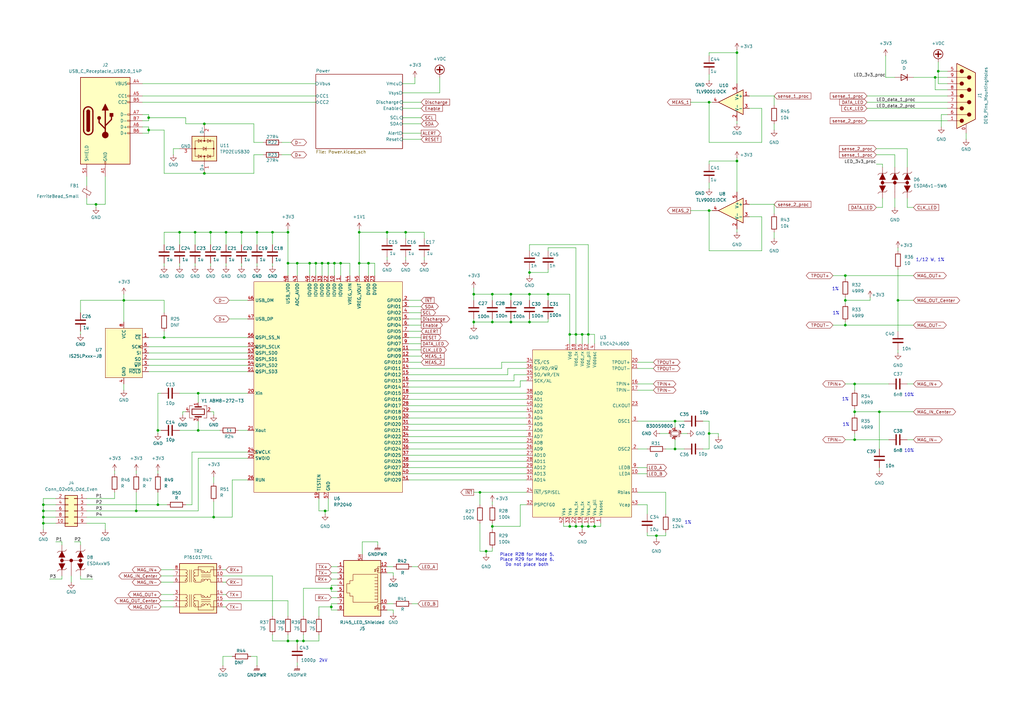
<source format=kicad_sch>
(kicad_sch
	(version 20250114)
	(generator "eeschema")
	(generator_version "9.0")
	(uuid "bccf2bd9-d6ed-4601-995b-34e70546d7b3")
	(paper "A3")
	
	(text "1/12 W, 1%"
		(exclude_from_sim no)
		(at 381.508 106.68 0)
		(effects
			(font
				(size 1.27 1.27)
			)
		)
		(uuid "0ff1b36e-294a-46ac-b9e0-68f83522bd2d")
	)
	(text "Place R28 for Mode 5.\nPlace R29 for Mode 6.\nDo not place both"
		(exclude_from_sim no)
		(at 216.154 229.616 0)
		(effects
			(font
				(size 1.27 1.27)
			)
		)
		(uuid "1b3578d6-e0c0-41ba-b21b-d45cbd78fc57")
	)
	(text "10%"
		(exclude_from_sim no)
		(at 372.872 162.052 0)
		(effects
			(font
				(size 1.27 1.27)
			)
		)
		(uuid "42a2b363-9f28-4515-9866-dfcc5d1fd2ff")
	)
	(text "1%"
		(exclude_from_sim no)
		(at 282.194 214.376 0)
		(effects
			(font
				(size 1.27 1.27)
			)
		)
		(uuid "6e4f8ebd-01a4-4b5e-bf90-9f0480d2ee08")
	)
	(text "1%"
		(exclude_from_sim no)
		(at 346.964 174.244 0)
		(effects
			(font
				(size 1.27 1.27)
			)
		)
		(uuid "6eab38ea-3890-483b-8b94-5ced53676c15")
	)
	(text "1%"
		(exclude_from_sim no)
		(at 342.646 118.618 0)
		(effects
			(font
				(size 1.27 1.27)
			)
		)
		(uuid "74aad014-9e86-47f4-a035-b9f381939867")
	)
	(text "10%"
		(exclude_from_sim no)
		(at 372.872 184.912 0)
		(effects
			(font
				(size 1.27 1.27)
			)
		)
		(uuid "8191b51a-6292-4b37-b6aa-65dfb7f6fd7c")
	)
	(text "1%"
		(exclude_from_sim no)
		(at 342.9 128.524 0)
		(effects
			(font
				(size 1.27 1.27)
			)
		)
		(uuid "962b95ed-4f55-4080-ad25-6e795378f043")
	)
	(text "1%"
		(exclude_from_sim no)
		(at 346.71 163.83 0)
		(effects
			(font
				(size 1.27 1.27)
			)
		)
		(uuid "b96c189c-3bf6-4fbb-93da-c24c8cb42496")
	)
	(text "2kV"
		(exclude_from_sim no)
		(at 132.588 271.018 0)
		(effects
			(font
				(size 1.27 1.27)
			)
		)
		(uuid "e4e09c9b-525a-4994-acdf-f4e8497d63d8")
	)
	(junction
		(at 233.68 215.9)
		(diameter 0)
		(color 0 0 0 0)
		(uuid "01761231-7733-4acd-be14-edc1f6582999")
	)
	(junction
		(at 243.84 215.9)
		(diameter 0)
		(color 0 0 0 0)
		(uuid "037ef728-b14f-4101-be27-e2e0eb0e020d")
	)
	(junction
		(at 132.08 107.95)
		(diameter 0)
		(color 0 0 0 0)
		(uuid "0686391f-1e85-4b0c-bb2a-f948f0c8e8d7")
	)
	(junction
		(at 135.89 241.3)
		(diameter 0)
		(color 0 0 0 0)
		(uuid "0fb3ce2c-b87c-42ab-9e5f-280760c6856d")
	)
	(junction
		(at 196.85 201.93)
		(diameter 0)
		(color 0 0 0 0)
		(uuid "1189f592-ab8b-447a-9904-5f3c1b939ee4")
	)
	(junction
		(at 350.52 168.91)
		(diameter 0)
		(color 0 0 0 0)
		(uuid "11f97a7a-7901-4945-89bf-74700d60ce63")
	)
	(junction
		(at 99.06 95.25)
		(diameter 0)
		(color 0 0 0 0)
		(uuid "129f5e34-d181-498d-bdad-30fa0308a0c4")
	)
	(junction
		(at 209.55 120.65)
		(diameter 0)
		(color 0 0 0 0)
		(uuid "13180e9e-7531-4571-8e24-b24bb443320a")
	)
	(junction
		(at 60.96 48.26)
		(diameter 0)
		(color 0 0 0 0)
		(uuid "142271cb-ba94-4c6c-87d0-e04a3a2dbe32")
	)
	(junction
		(at 350.52 157.48)
		(diameter 0)
		(color 0 0 0 0)
		(uuid "19d511a6-274e-4354-bc8e-5da392bfa535")
	)
	(junction
		(at 241.3 215.9)
		(diameter 0)
		(color 0 0 0 0)
		(uuid "1ad88e7e-f1dc-458a-957d-ed3f51566bd8")
	)
	(junction
		(at 360.68 168.91)
		(diameter 0)
		(color 0 0 0 0)
		(uuid "241ac2be-89aa-49e8-9976-e3bf9516d275")
	)
	(junction
		(at 64.77 176.53)
		(diameter 0)
		(color 0 0 0 0)
		(uuid "282a2ff3-3c47-42c0-a493-4ec551b02b5a")
	)
	(junction
		(at 17.78 214.63)
		(diameter 0)
		(color 0 0 0 0)
		(uuid "28e8f145-b092-4934-bc7c-83252f2197f8")
	)
	(junction
		(at 147.32 107.95)
		(diameter 0)
		(color 0 0 0 0)
		(uuid "304694b4-1f51-4434-8848-55ffef42bf57")
	)
	(junction
		(at 290.83 86.36)
		(diameter 0)
		(color 0 0 0 0)
		(uuid "3122e1f0-2ca8-4885-a42b-eac472da6da0")
	)
	(junction
		(at 217.17 120.65)
		(diameter 0)
		(color 0 0 0 0)
		(uuid "31a3f32f-b037-4ce8-a133-2abd48e36b5e")
	)
	(junction
		(at 236.22 137.16)
		(diameter 0)
		(color 0 0 0 0)
		(uuid "338d1c9c-333c-4506-8ef9-2752a9733129")
	)
	(junction
		(at 121.92 107.95)
		(diameter 0)
		(color 0 0 0 0)
		(uuid "344f9197-0df8-41f2-bc9e-b61df0c6f941")
	)
	(junction
		(at 346.71 133.35)
		(diameter 0)
		(color 0 0 0 0)
		(uuid "350311f6-f9d5-4880-9919-f20b688f2f84")
	)
	(junction
		(at 83.82 50.8)
		(diameter 0)
		(color 0 0 0 0)
		(uuid "35d42d59-1f37-400f-b929-45f9a85e0eb0")
	)
	(junction
		(at 83.82 71.12)
		(diameter 0)
		(color 0 0 0 0)
		(uuid "40a1babd-d1d6-45f5-9086-54b26fa72f70")
	)
	(junction
		(at 238.76 215.9)
		(diameter 0)
		(color 0 0 0 0)
		(uuid "44f1ac6a-12b0-4322-9830-0d9a2d098f2b")
	)
	(junction
		(at 201.93 120.65)
		(diameter 0)
		(color 0 0 0 0)
		(uuid "4edd2b6d-0712-4547-aca6-db794f8e2973")
	)
	(junction
		(at 241.3 137.16)
		(diameter 0)
		(color 0 0 0 0)
		(uuid "52a42e5f-5a7b-49bf-aa12-1d7a5942bc7e")
	)
	(junction
		(at 121.92 262.89)
		(diameter 0)
		(color 0 0 0 0)
		(uuid "541c02c2-04ce-4a99-b31c-ac2ebb7b3555")
	)
	(junction
		(at 302.26 66.04)
		(diameter 0)
		(color 0 0 0 0)
		(uuid "5493711b-052c-419b-8ffa-ff1215380139")
	)
	(junction
		(at 50.8 123.19)
		(diameter 0)
		(color 0 0 0 0)
		(uuid "591b7f61-19ea-4b88-a1e3-c6a875231a05")
	)
	(junction
		(at 124.46 262.89)
		(diameter 0)
		(color 0 0 0 0)
		(uuid "59c32b42-9247-44e2-86ee-0684d4b1eee9")
	)
	(junction
		(at 201.93 132.08)
		(diameter 0)
		(color 0 0 0 0)
		(uuid "5a0d6672-41a3-46d2-ac66-147c7e854b20")
	)
	(junction
		(at 194.31 120.65)
		(diameter 0)
		(color 0 0 0 0)
		(uuid "5fd478e1-97c9-4ac2-8373-de7c0eae4e88")
	)
	(junction
		(at 81.28 176.53)
		(diameter 0)
		(color 0 0 0 0)
		(uuid "66b44c73-9725-4e51-a6b2-fe48fd12fafc")
	)
	(junction
		(at 137.16 107.95)
		(diameter 0)
		(color 0 0 0 0)
		(uuid "6b6048f7-5d96-4766-b339-810dc4ac175c")
	)
	(junction
		(at 55.88 209.55)
		(diameter 0)
		(color 0 0 0 0)
		(uuid "6c8f1b83-619b-454e-af92-85652c2e88e7")
	)
	(junction
		(at 384.81 29.21)
		(diameter 0)
		(color 0 0 0 0)
		(uuid "70be7795-7c5b-4619-8c54-b7cf63869cad")
	)
	(junction
		(at 73.66 95.25)
		(diameter 0)
		(color 0 0 0 0)
		(uuid "7342f519-bc73-4c0c-b761-1bea57f6ca52")
	)
	(junction
		(at 368.3 123.19)
		(diameter 0)
		(color 0 0 0 0)
		(uuid "75c6f5aa-d729-4b69-a79d-3a63182f807a")
	)
	(junction
		(at 67.31 138.43)
		(diameter 0)
		(color 0 0 0 0)
		(uuid "777d825a-aed8-4edf-b362-677ce34dc730")
	)
	(junction
		(at 290.83 177.8)
		(diameter 0)
		(color 0 0 0 0)
		(uuid "797d364b-ac09-4782-a47c-e66f7cae7dcb")
	)
	(junction
		(at 217.17 111.76)
		(diameter 0)
		(color 0 0 0 0)
		(uuid "79897ca5-837b-4793-a72b-201b0ffa1b3a")
	)
	(junction
		(at 290.83 41.91)
		(diameter 0)
		(color 0 0 0 0)
		(uuid "7c9dbad6-5005-46f1-a0a5-fbf05acf960a")
	)
	(junction
		(at 127 107.95)
		(diameter 0)
		(color 0 0 0 0)
		(uuid "7e5dc368-0561-493f-bc78-91a664b217f1")
	)
	(junction
		(at 17.78 212.09)
		(diameter 0)
		(color 0 0 0 0)
		(uuid "8625c20f-08a8-4a22-a33d-12ab8617bacd")
	)
	(junction
		(at 111.76 95.25)
		(diameter 0)
		(color 0 0 0 0)
		(uuid "8ae4e3d1-ed53-4705-8a51-70557635c7bb")
	)
	(junction
		(at 383.54 31.75)
		(diameter 0)
		(color 0 0 0 0)
		(uuid "8bc15c55-e02b-45c1-b38a-f466f7eaf7f1")
	)
	(junction
		(at 105.41 95.25)
		(diameter 0)
		(color 0 0 0 0)
		(uuid "8d0ca11a-57c0-4340-83f2-01b2e1ae829a")
	)
	(junction
		(at 60.96 53.34)
		(diameter 0)
		(color 0 0 0 0)
		(uuid "8d0feffb-b8bb-4635-bf1a-787c5b62eb21")
	)
	(junction
		(at 276.86 172.72)
		(diameter 0)
		(color 0 0 0 0)
		(uuid "8d40ff2b-88e5-483f-9f95-4cb4e570cfbd")
	)
	(junction
		(at 133.35 209.55)
		(diameter 0)
		(color 0 0 0 0)
		(uuid "9075ccb8-de9c-41f6-a327-d0165c4d5b47")
	)
	(junction
		(at 217.17 132.08)
		(diameter 0)
		(color 0 0 0 0)
		(uuid "923b1d8a-cec6-4621-bdce-9c159fe1dbbe")
	)
	(junction
		(at 92.71 95.25)
		(diameter 0)
		(color 0 0 0 0)
		(uuid "9645539c-ada2-41e0-8fc4-20b0e67c5707")
	)
	(junction
		(at 166.37 95.25)
		(diameter 0)
		(color 0 0 0 0)
		(uuid "96c8de52-1f1a-480d-b1b1-188f6cb09312")
	)
	(junction
		(at 64.77 207.01)
		(diameter 0)
		(color 0 0 0 0)
		(uuid "9c7debe8-cc8a-4746-a13f-e373aae58ff7")
	)
	(junction
		(at 346.71 113.03)
		(diameter 0)
		(color 0 0 0 0)
		(uuid "9d3216e3-db7e-4600-9eba-976945781be5")
	)
	(junction
		(at 151.13 107.95)
		(diameter 0)
		(color 0 0 0 0)
		(uuid "adaf02c9-28d3-4af2-8fe9-770b2e4e36fb")
	)
	(junction
		(at 346.71 123.19)
		(diameter 0)
		(color 0 0 0 0)
		(uuid "b1374209-f36c-430f-9cd7-8072dbb806d8")
	)
	(junction
		(at 238.76 137.16)
		(diameter 0)
		(color 0 0 0 0)
		(uuid "b447e521-678f-4250-b1ae-d00fc75fc12f")
	)
	(junction
		(at 233.68 137.16)
		(diameter 0)
		(color 0 0 0 0)
		(uuid "bad8903f-8621-4343-8129-2fd43bd3f13a")
	)
	(junction
		(at 129.54 107.95)
		(diameter 0)
		(color 0 0 0 0)
		(uuid "bdaf4623-76ac-4cf4-ac04-9b3e35e0d6f5")
	)
	(junction
		(at 17.78 207.01)
		(diameter 0)
		(color 0 0 0 0)
		(uuid "c3036221-b638-49c8-a84c-bc51ee9505db")
	)
	(junction
		(at 80.01 95.25)
		(diameter 0)
		(color 0 0 0 0)
		(uuid "c3e432d7-922e-4cf3-a9e3-3e129722ef25")
	)
	(junction
		(at 81.28 161.29)
		(diameter 0)
		(color 0 0 0 0)
		(uuid "c49a7a6a-5408-4d72-aa30-b4b463b1fe0e")
	)
	(junction
		(at 118.11 262.89)
		(diameter 0)
		(color 0 0 0 0)
		(uuid "caa1b63d-4b67-42dd-8bb8-99add5ba7133")
	)
	(junction
		(at 276.86 184.15)
		(diameter 0)
		(color 0 0 0 0)
		(uuid "cbef8f1b-a158-4fc1-a296-e0ec9ced0f94")
	)
	(junction
		(at 194.31 132.08)
		(diameter 0)
		(color 0 0 0 0)
		(uuid "cedf3a9f-eff3-4353-ba99-fa34b3991cf8")
	)
	(junction
		(at 17.78 209.55)
		(diameter 0)
		(color 0 0 0 0)
		(uuid "cf2cd97d-b3db-41f4-a58c-ad8053e3a348")
	)
	(junction
		(at 350.52 180.34)
		(diameter 0)
		(color 0 0 0 0)
		(uuid "d38c040f-fb1f-43b3-a8f3-46cd13830417")
	)
	(junction
		(at 302.26 21.59)
		(diameter 0)
		(color 0 0 0 0)
		(uuid "d4296c91-2344-4849-b885-fb2b68937165")
	)
	(junction
		(at 269.24 219.71)
		(diameter 0)
		(color 0 0 0 0)
		(uuid "d5bb41f9-6623-4609-b9e2-be0c7472eea8")
	)
	(junction
		(at 134.62 107.95)
		(diameter 0)
		(color 0 0 0 0)
		(uuid "deb55af1-efb4-400a-9d80-d89d78a0c4ab")
	)
	(junction
		(at 39.37 83.82)
		(diameter 0)
		(color 0 0 0 0)
		(uuid "e1d19d18-5950-43ba-be66-7fb05870dc82")
	)
	(junction
		(at 209.55 132.08)
		(diameter 0)
		(color 0 0 0 0)
		(uuid "e3b0e418-74d5-47a3-9fd0-4c6017c4892e")
	)
	(junction
		(at 201.93 215.9)
		(diameter 0)
		(color 0 0 0 0)
		(uuid "e439132f-822e-4eb7-ae9d-a0adffb383dd")
	)
	(junction
		(at 135.89 248.92)
		(diameter 0)
		(color 0 0 0 0)
		(uuid "e4572bf8-b49d-4c99-9865-27f38c3aabce")
	)
	(junction
		(at 236.22 215.9)
		(diameter 0)
		(color 0 0 0 0)
		(uuid "e87594e3-da8e-4ce2-a979-252f78ef2035")
	)
	(junction
		(at 118.11 95.25)
		(diameter 0)
		(color 0 0 0 0)
		(uuid "ed80b158-27d3-4f37-b60d-41dad3ddde76")
	)
	(junction
		(at 224.79 120.65)
		(diameter 0)
		(color 0 0 0 0)
		(uuid "efce3c13-cbe8-43a2-80f2-dccab1275386")
	)
	(junction
		(at 199.39 226.06)
		(diameter 0)
		(color 0 0 0 0)
		(uuid "f107a8e5-1d1d-4675-9001-891dc93e9c7f")
	)
	(junction
		(at 87.63 212.09)
		(diameter 0)
		(color 0 0 0 0)
		(uuid "f14001b3-6b01-4c15-bcd3-eef145bd7eb0")
	)
	(junction
		(at 118.11 107.95)
		(diameter 0)
		(color 0 0 0 0)
		(uuid "f3b0959c-f658-4e04-be0c-3a8ec33ea2d8")
	)
	(junction
		(at 139.7 107.95)
		(diameter 0)
		(color 0 0 0 0)
		(uuid "f6e056eb-b352-44f0-83d2-3b637d6f6da1")
	)
	(junction
		(at 147.32 95.25)
		(diameter 0)
		(color 0 0 0 0)
		(uuid "fa0aac12-d04f-4651-af8d-5a151de23e77")
	)
	(junction
		(at 158.75 95.25)
		(diameter 0)
		(color 0 0 0 0)
		(uuid "fa23582e-0169-4eaa-937a-3fb03ef992fc")
	)
	(junction
		(at 86.36 95.25)
		(diameter 0)
		(color 0 0 0 0)
		(uuid "fb2d0561-55bd-4dee-a375-42a961df4c8e")
	)
	(wire
		(pts
			(xy 135.89 248.92) (xy 130.81 248.92)
		)
		(stroke
			(width 0)
			(type default)
		)
		(uuid "014f094f-d3c1-4efd-9e23-da346ead4965")
	)
	(wire
		(pts
			(xy 135.89 237.49) (xy 138.43 237.49)
		)
		(stroke
			(width 0)
			(type default)
		)
		(uuid "0249cbf9-2f3f-415c-b689-e59b81c2905a")
	)
	(wire
		(pts
			(xy 210.82 156.21) (xy 210.82 153.67)
		)
		(stroke
			(width 0)
			(type default)
		)
		(uuid "032f55e3-864d-492e-b483-573b4f02525e")
	)
	(wire
		(pts
			(xy 118.11 246.38) (xy 118.11 252.73)
		)
		(stroke
			(width 0)
			(type default)
		)
		(uuid "040a9ba5-48d8-4ab5-ad19-000faca0ed9e")
	)
	(wire
		(pts
			(xy 205.74 148.59) (xy 215.9 148.59)
		)
		(stroke
			(width 0)
			(type default)
		)
		(uuid "048dcf78-7026-46a7-88c2-978f4d3f4a0f")
	)
	(wire
		(pts
			(xy 208.28 153.67) (xy 208.28 151.13)
		)
		(stroke
			(width 0)
			(type default)
		)
		(uuid "05185f9f-5d95-4a5a-b9fc-802c80f0090a")
	)
	(wire
		(pts
			(xy 231.14 215.9) (xy 233.68 215.9)
		)
		(stroke
			(width 0)
			(type default)
		)
		(uuid "05a6ab74-0263-46f7-988e-d96810ee21ab")
	)
	(wire
		(pts
			(xy 92.71 95.25) (xy 99.06 95.25)
		)
		(stroke
			(width 0)
			(type default)
		)
		(uuid "06b75d8a-2be8-4a39-8343-4cb3820b6951")
	)
	(wire
		(pts
			(xy 33.02 237.49) (xy 38.1 237.49)
		)
		(stroke
			(width 0)
			(type default)
		)
		(uuid "06d57c5a-3f38-4ead-9506-e5c2d361b887")
	)
	(wire
		(pts
			(xy 104.14 63.5) (xy 104.14 71.12)
		)
		(stroke
			(width 0)
			(type default)
		)
		(uuid "07f508a3-8829-4667-8d80-52532251d72b")
	)
	(wire
		(pts
			(xy 167.64 153.67) (xy 208.28 153.67)
		)
		(stroke
			(width 0)
			(type default)
		)
		(uuid "0969581b-a1a5-4f1f-a9cb-cb0f0f9c527c")
	)
	(wire
		(pts
			(xy 217.17 123.19) (xy 217.17 120.65)
		)
		(stroke
			(width 0)
			(type default)
		)
		(uuid "09f2796d-6c41-44d4-bed0-9794f410e9dd")
	)
	(wire
		(pts
			(xy 213.36 158.75) (xy 213.36 156.21)
		)
		(stroke
			(width 0)
			(type default)
		)
		(uuid "0a51a5e8-74a2-453d-993f-9112d3e90905")
	)
	(wire
		(pts
			(xy 105.41 269.24) (xy 105.41 273.05)
		)
		(stroke
			(width 0)
			(type default)
		)
		(uuid "0b28e016-1df9-499d-82ce-9d619e5ae39f")
	)
	(wire
		(pts
			(xy 33.02 223.52) (xy 33.02 222.25)
		)
		(stroke
			(width 0)
			(type default)
		)
		(uuid "0b2ca839-06bd-4568-9763-44f8536144bd")
	)
	(wire
		(pts
			(xy 127 107.95) (xy 127 113.03)
		)
		(stroke
			(width 0)
			(type default)
		)
		(uuid "0b81ed36-8af1-400e-a7f6-5323c170888b")
	)
	(wire
		(pts
			(xy 105.41 107.95) (xy 105.41 109.22)
		)
		(stroke
			(width 0)
			(type default)
		)
		(uuid "0bc3863a-b8d5-4464-858a-243782f1eedf")
	)
	(wire
		(pts
			(xy 317.5 83.82) (xy 307.34 83.82)
		)
		(stroke
			(width 0)
			(type default)
		)
		(uuid "0c5abff8-b38d-49d3-a6f2-712ed702bcd9")
	)
	(wire
		(pts
			(xy 153.67 113.03) (xy 153.67 107.95)
		)
		(stroke
			(width 0)
			(type default)
		)
		(uuid "0c5fcf01-0efb-4a82-ba1a-616e42803650")
	)
	(wire
		(pts
			(xy 166.37 95.25) (xy 173.99 95.25)
		)
		(stroke
			(width 0)
			(type default)
		)
		(uuid "0de164ab-c6d9-4a86-af9d-9aa45578c8f4")
	)
	(wire
		(pts
			(xy 17.78 207.01) (xy 22.86 207.01)
		)
		(stroke
			(width 0)
			(type default)
		)
		(uuid "0e05bc91-a74a-4643-9ef4-4c2fe0893bf6")
	)
	(wire
		(pts
			(xy 33.02 236.22) (xy 33.02 237.49)
		)
		(stroke
			(width 0)
			(type default)
		)
		(uuid "0e5ef2f5-8d9e-4d5c-8a22-74da686d7033")
	)
	(wire
		(pts
			(xy 265.43 219.71) (xy 269.24 219.71)
		)
		(stroke
			(width 0)
			(type default)
		)
		(uuid "0f0c2015-89f6-49eb-91af-1bbb8078ccdf")
	)
	(wire
		(pts
			(xy 104.14 71.12) (xy 83.82 71.12)
		)
		(stroke
			(width 0)
			(type default)
		)
		(uuid "0f26f1b3-652b-49b7-99f2-c6e3984aee92")
	)
	(wire
		(pts
			(xy 236.22 214.63) (xy 236.22 215.9)
		)
		(stroke
			(width 0)
			(type default)
		)
		(uuid "0f5cbd39-58fc-436b-a7c8-8038c9756b95")
	)
	(wire
		(pts
			(xy 312.42 88.9) (xy 312.42 102.87)
		)
		(stroke
			(width 0)
			(type default)
		)
		(uuid "1028bd06-b239-42d6-bfda-24a938e9cda3")
	)
	(wire
		(pts
			(xy 167.64 125.73) (xy 172.72 125.73)
		)
		(stroke
			(width 0)
			(type default)
		)
		(uuid "10510ce2-1496-429a-bc7c-5339fb1ae8c8")
	)
	(wire
		(pts
			(xy 383.54 31.75) (xy 388.62 31.75)
		)
		(stroke
			(width 0)
			(type default)
		)
		(uuid "10542668-880c-4f10-a1b9-5a16e14465d5")
	)
	(wire
		(pts
			(xy 302.26 93.98) (xy 302.26 95.25)
		)
		(stroke
			(width 0)
			(type default)
		)
		(uuid "118e1a0f-b10e-4358-816c-4fb23155d17e")
	)
	(wire
		(pts
			(xy 224.79 101.6) (xy 224.79 102.87)
		)
		(stroke
			(width 0)
			(type default)
		)
		(uuid "1262e9a2-f3b0-436d-8c42-badc0753ecb5")
	)
	(wire
		(pts
			(xy 167.64 143.51) (xy 172.72 143.51)
		)
		(stroke
			(width 0)
			(type default)
		)
		(uuid "1273fac8-4765-4026-8885-65b865e4b6c4")
	)
	(wire
		(pts
			(xy 233.68 137.16) (xy 233.68 120.65)
		)
		(stroke
			(width 0)
			(type default)
		)
		(uuid "1382333a-b0f9-4239-8f8d-fb3fe6709c83")
	)
	(wire
		(pts
			(xy 384.81 25.4) (xy 384.81 29.21)
		)
		(stroke
			(width 0)
			(type default)
		)
		(uuid "138a05b6-1af1-4402-bf11-f7477fb9fd98")
	)
	(wire
		(pts
			(xy 302.26 21.59) (xy 302.26 34.29)
		)
		(stroke
			(width 0)
			(type default)
		)
		(uuid "13a1c24c-dd32-4829-ad89-129c4e525ae5")
	)
	(wire
		(pts
			(xy 241.3 137.16) (xy 241.3 140.97)
		)
		(stroke
			(width 0)
			(type default)
		)
		(uuid "153ea4f3-ca22-45b2-a7d2-cf6f38c5b803")
	)
	(wire
		(pts
			(xy 374.65 31.75) (xy 383.54 31.75)
		)
		(stroke
			(width 0)
			(type default)
		)
		(uuid "165a06b4-81e8-4cf1-8b6c-4213f2a623d1")
	)
	(wire
		(pts
			(xy 58.42 34.29) (xy 129.54 34.29)
		)
		(stroke
			(width 0)
			(type default)
		)
		(uuid "165e6259-547b-41b7-88c7-f987d6fe89f8")
	)
	(wire
		(pts
			(xy 217.17 100.33) (xy 217.17 102.87)
		)
		(stroke
			(width 0)
			(type default)
		)
		(uuid "1695afe3-9548-4841-87ef-92d5ef467276")
	)
	(wire
		(pts
			(xy 60.96 48.26) (xy 76.2 48.26)
		)
		(stroke
			(width 0)
			(type default)
		)
		(uuid "1737f7f2-9924-4d91-a95a-c0ac370384dd")
	)
	(wire
		(pts
			(xy 167.64 173.99) (xy 215.9 173.99)
		)
		(stroke
			(width 0)
			(type default)
		)
		(uuid "17d9392c-0b5d-45c6-acd0-36c03eab2ee5")
	)
	(wire
		(pts
			(xy 64.77 201.93) (xy 64.77 207.01)
		)
		(stroke
			(width 0)
			(type default)
		)
		(uuid "1851ff5b-7413-4d68-8421-ff649553b8f2")
	)
	(wire
		(pts
			(xy 118.11 262.89) (xy 121.92 262.89)
		)
		(stroke
			(width 0)
			(type default)
		)
		(uuid "18822c2f-9fa9-4f74-892a-c48cc8a9d790")
	)
	(wire
		(pts
			(xy 359.41 60.96) (xy 372.11 60.96)
		)
		(stroke
			(width 0)
			(type default)
		)
		(uuid "18b53b04-4caa-4f9b-bcd3-7a039b98d5cc")
	)
	(wire
		(pts
			(xy 166.37 95.25) (xy 166.37 97.79)
		)
		(stroke
			(width 0)
			(type default)
		)
		(uuid "1a4717f5-3f96-44ab-a33a-2b4e1d967988")
	)
	(wire
		(pts
			(xy 153.67 107.95) (xy 151.13 107.95)
		)
		(stroke
			(width 0)
			(type default)
		)
		(uuid "1bbae96c-f757-4c4c-b64c-3598fd64865e")
	)
	(wire
		(pts
			(xy 167.64 148.59) (xy 172.72 148.59)
		)
		(stroke
			(width 0)
			(type default)
		)
		(uuid "1ce49190-8b99-477f-9ffe-1ec0b8324d0c")
	)
	(wire
		(pts
			(xy 101.6 196.85) (xy 95.25 196.85)
		)
		(stroke
			(width 0)
			(type default)
		)
		(uuid "1d4fd2e7-d637-408a-9630-226a2f92fa4f")
	)
	(wire
		(pts
			(xy 265.43 210.82) (xy 265.43 207.01)
		)
		(stroke
			(width 0)
			(type default)
		)
		(uuid "1de403cf-c6e1-4574-81fd-01725ae0a6a7")
	)
	(wire
		(pts
			(xy 359.41 63.5) (xy 367.03 63.5)
		)
		(stroke
			(width 0)
			(type default)
		)
		(uuid "1ed72eef-2b8a-4f86-9005-c7da2791a013")
	)
	(wire
		(pts
			(xy 124.46 241.3) (xy 135.89 241.3)
		)
		(stroke
			(width 0)
			(type default)
		)
		(uuid "1f405fcf-cef9-4d9d-b094-6ba3507668bb")
	)
	(wire
		(pts
			(xy 17.78 214.63) (xy 22.86 214.63)
		)
		(stroke
			(width 0)
			(type default)
		)
		(uuid "1f707f74-473c-4c15-9fa2-a4ddd4aeb4ed")
	)
	(wire
		(pts
			(xy 95.25 196.85) (xy 95.25 212.09)
		)
		(stroke
			(width 0)
			(type default)
		)
		(uuid "217bc30f-140f-404c-973d-9e9af98386df")
	)
	(wire
		(pts
			(xy 290.83 102.87) (xy 312.42 102.87)
		)
		(stroke
			(width 0)
			(type default)
		)
		(uuid "224dab5d-e0f1-48b5-9ab5-8c58a480a3ab")
	)
	(wire
		(pts
			(xy 39.37 83.82) (xy 43.18 83.82)
		)
		(stroke
			(width 0)
			(type default)
		)
		(uuid "229630b0-bc48-4cd8-9de8-5ca142fba92f")
	)
	(wire
		(pts
			(xy 236.22 101.6) (xy 224.79 101.6)
		)
		(stroke
			(width 0)
			(type default)
		)
		(uuid "22a3845b-9fbe-43f4-bf6c-4af0846c70b8")
	)
	(wire
		(pts
			(xy 67.31 100.33) (xy 67.31 95.25)
		)
		(stroke
			(width 0)
			(type default)
		)
		(uuid "242a2917-f216-4e67-9e2d-3288e8ccfaa8")
	)
	(wire
		(pts
			(xy 97.79 176.53) (xy 101.6 176.53)
		)
		(stroke
			(width 0)
			(type default)
		)
		(uuid "24a6c9eb-5560-42dc-8aa3-a8ec217baf6f")
	)
	(wire
		(pts
			(xy 213.36 207.01) (xy 213.36 215.9)
		)
		(stroke
			(width 0)
			(type default)
		)
		(uuid "24fa48b3-2548-4238-97bb-845b5f2199c8")
	)
	(wire
		(pts
			(xy 60.96 53.34) (xy 60.96 54.61)
		)
		(stroke
			(width 0)
			(type default)
		)
		(uuid "25226a19-70a5-48a5-9c8c-46f8a9fbc9a8")
	)
	(wire
		(pts
			(xy 270.51 177.8) (xy 274.32 177.8)
		)
		(stroke
			(width 0)
			(type default)
		)
		(uuid "2548e92c-dd1c-4994-8ce7-3c183e39a561")
	)
	(wire
		(pts
			(xy 165.1 50.8) (xy 172.72 50.8)
		)
		(stroke
			(width 0)
			(type default)
		)
		(uuid "25720e49-e72c-4f8a-b95a-f556584374a0")
	)
	(wire
		(pts
			(xy 265.43 207.01) (xy 261.62 207.01)
		)
		(stroke
			(width 0)
			(type default)
		)
		(uuid "2611be70-17ef-4c86-afb3-1d1124cf197c")
	)
	(wire
		(pts
			(xy 276.86 172.72) (xy 276.86 175.26)
		)
		(stroke
			(width 0)
			(type default)
		)
		(uuid "2625483e-da47-4ef2-a960-1d0dc86a80aa")
	)
	(wire
		(pts
			(xy 67.31 95.25) (xy 73.66 95.25)
		)
		(stroke
			(width 0)
			(type default)
		)
		(uuid "266399f5-ebb5-4ef6-93d3-00e410eb0b57")
	)
	(wire
		(pts
			(xy 91.44 246.38) (xy 118.11 246.38)
		)
		(stroke
			(width 0)
			(type default)
		)
		(uuid "268e0e3e-44ec-435c-bf0e-83f3d41205f8")
	)
	(wire
		(pts
			(xy 135.89 240.03) (xy 135.89 241.3)
		)
		(stroke
			(width 0)
			(type default)
		)
		(uuid "26ee0434-e3a3-4de7-903f-62e4aa458db8")
	)
	(wire
		(pts
			(xy 238.76 137.16) (xy 241.3 137.16)
		)
		(stroke
			(width 0)
			(type default)
		)
		(uuid "277259ee-cd2e-4963-b2f3-1ea7818f1a91")
	)
	(wire
		(pts
			(xy 33.02 123.19) (xy 50.8 123.19)
		)
		(stroke
			(width 0)
			(type default)
		)
		(uuid "2828603a-c2cb-4df0-a304-61a882260517")
	)
	(wire
		(pts
			(xy 104.14 50.8) (xy 104.14 58.42)
		)
		(stroke
			(width 0)
			(type default)
		)
		(uuid "285f597c-a28e-49f6-a4a6-072b87b90b5b")
	)
	(wire
		(pts
			(xy 165.1 38.1) (xy 180.34 38.1)
		)
		(stroke
			(width 0)
			(type default)
		)
		(uuid "2900c10a-0ae5-448f-9dba-f75406e41f39")
	)
	(wire
		(pts
			(xy 346.71 180.34) (xy 350.52 180.34)
		)
		(stroke
			(width 0)
			(type default)
		)
		(uuid "295ee14b-4dc9-40b9-a4ea-bd0f336a90cf")
	)
	(wire
		(pts
			(xy 124.46 260.35) (xy 124.46 262.89)
		)
		(stroke
			(width 0)
			(type default)
		)
		(uuid "2a63fc52-8b8b-4c10-9218-afa8cb767ebf")
	)
	(wire
		(pts
			(xy 67.31 107.95) (xy 67.31 109.22)
		)
		(stroke
			(width 0)
			(type default)
		)
		(uuid "2b129caa-0e27-41f5-8808-eb017accf79d")
	)
	(wire
		(pts
			(xy 17.78 214.63) (xy 17.78 212.09)
		)
		(stroke
			(width 0)
			(type default)
		)
		(uuid "2bbb331d-fcbe-477e-aaa2-9a2b9b992785")
	)
	(wire
		(pts
			(xy 124.46 262.89) (xy 130.81 262.89)
		)
		(stroke
			(width 0)
			(type default)
		)
		(uuid "2bc52e20-95de-4e86-b4ac-7831eeaebea4")
	)
	(wire
		(pts
			(xy 76.2 50.8) (xy 83.82 50.8)
		)
		(stroke
			(width 0)
			(type default)
		)
		(uuid "2bf6f665-a267-4f88-b308-309cb11e3889")
	)
	(wire
		(pts
			(xy 170.18 34.29) (xy 170.18 31.75)
		)
		(stroke
			(width 0)
			(type default)
		)
		(uuid "2c9076a1-6390-47ac-a264-a8772023eceb")
	)
	(wire
		(pts
			(xy 167.64 179.07) (xy 215.9 179.07)
		)
		(stroke
			(width 0)
			(type default)
		)
		(uuid "2ed1f846-8751-4474-93eb-6ba1aeb845f0")
	)
	(wire
		(pts
			(xy 346.71 133.35) (xy 346.71 132.08)
		)
		(stroke
			(width 0)
			(type default)
		)
		(uuid "2f5274d9-5bf3-43ee-9f95-e0fb7d50dd4a")
	)
	(wire
		(pts
			(xy 17.78 207.01) (xy 17.78 204.47)
		)
		(stroke
			(width 0)
			(type default)
		)
		(uuid "2fbce1d8-5c86-44b5-a439-0d3f1cccf8d1")
	)
	(wire
		(pts
			(xy 290.83 58.42) (xy 290.83 41.91)
		)
		(stroke
			(width 0)
			(type default)
		)
		(uuid "300040c5-b02d-4a9e-b4de-380e04d22f6d")
	)
	(wire
		(pts
			(xy 165.1 41.91) (xy 172.72 41.91)
		)
		(stroke
			(width 0)
			(type default)
		)
		(uuid "30171629-51d7-4093-9369-ea69347024f1")
	)
	(wire
		(pts
			(xy 35.56 214.63) (xy 43.18 214.63)
		)
		(stroke
			(width 0)
			(type default)
		)
		(uuid "30535590-934f-4ecf-8610-110a4f55de40")
	)
	(wire
		(pts
			(xy 194.31 132.08) (xy 194.31 133.35)
		)
		(stroke
			(width 0)
			(type default)
		)
		(uuid "30564058-6f8e-4ac0-93df-2b1de63c24c9")
	)
	(wire
		(pts
			(xy 201.93 120.65) (xy 209.55 120.65)
		)
		(stroke
			(width 0)
			(type default)
		)
		(uuid "30922306-0d90-4782-bc69-b07cabfdf971")
	)
	(wire
		(pts
			(xy 290.83 86.36) (xy 292.1 86.36)
		)
		(stroke
			(width 0)
			(type default)
		)
		(uuid "30da1529-468b-4625-8a5b-5ea6fe3b7ea4")
	)
	(wire
		(pts
			(xy 64.77 207.01) (xy 68.58 207.01)
		)
		(stroke
			(width 0)
			(type default)
		)
		(uuid "30dc0f44-9e94-4c24-9a1f-3a880fe17bbc")
	)
	(wire
		(pts
			(xy 290.83 22.86) (xy 290.83 21.59)
		)
		(stroke
			(width 0)
			(type default)
		)
		(uuid "3127f9ad-fa7d-4ee2-84b1-0738e1b08bb6")
	)
	(wire
		(pts
			(xy 50.8 120.65) (xy 50.8 123.19)
		)
		(stroke
			(width 0)
			(type default)
		)
		(uuid "314dd6e0-bf7e-4ea7-a105-2a4b6816ea62")
	)
	(wire
		(pts
			(xy 137.16 107.95) (xy 137.16 113.03)
		)
		(stroke
			(width 0)
			(type default)
		)
		(uuid "31acaac6-6ed4-4008-9b99-c91eea75f46c")
	)
	(wire
		(pts
			(xy 50.8 157.48) (xy 50.8 160.02)
		)
		(stroke
			(width 0)
			(type default)
		)
		(uuid "31f7724a-a54c-4965-af9a-42e7125ef53e")
	)
	(wire
		(pts
			(xy 138.43 247.65) (xy 135.89 247.65)
		)
		(stroke
			(width 0)
			(type default)
		)
		(uuid "321e73af-cd7d-4872-bf97-d9c34ec9c135")
	)
	(wire
		(pts
			(xy 92.71 107.95) (xy 92.71 109.22)
		)
		(stroke
			(width 0)
			(type default)
		)
		(uuid "325cbcb7-cf4d-4282-9a06-ba059450b9b7")
	)
	(wire
		(pts
			(xy 81.28 209.55) (xy 81.28 187.96)
		)
		(stroke
			(width 0)
			(type default)
		)
		(uuid "329fca43-0f92-4664-a30b-aa587e17b833")
	)
	(wire
		(pts
			(xy 243.84 137.16) (xy 243.84 140.97)
		)
		(stroke
			(width 0)
			(type default)
		)
		(uuid "3305d7d4-d838-4260-bce2-517f21d6643a")
	)
	(wire
		(pts
			(xy 167.64 194.31) (xy 215.9 194.31)
		)
		(stroke
			(width 0)
			(type default)
		)
		(uuid "34a965a7-d743-4078-b691-840214b8cceb")
	)
	(wire
		(pts
			(xy 73.66 107.95) (xy 73.66 109.22)
		)
		(stroke
			(width 0)
			(type default)
		)
		(uuid "3522f028-b114-4c31-801c-b50dc3a1b116")
	)
	(wire
		(pts
			(xy 213.36 215.9) (xy 201.93 215.9)
		)
		(stroke
			(width 0)
			(type default)
		)
		(uuid "352f539a-39ed-4dae-aa8d-e336c39353e7")
	)
	(wire
		(pts
			(xy 91.44 243.84) (xy 92.71 243.84)
		)
		(stroke
			(width 0)
			(type default)
		)
		(uuid "3546b8c0-ae53-48f2-b957-3f9687bbf1e4")
	)
	(wire
		(pts
			(xy 288.29 172.72) (xy 290.83 172.72)
		)
		(stroke
			(width 0)
			(type default)
		)
		(uuid "35c57b2a-465c-4fcd-83b8-9f2413c5ff4f")
	)
	(wire
		(pts
			(xy 283.21 41.91) (xy 290.83 41.91)
		)
		(stroke
			(width 0)
			(type default)
		)
		(uuid "380c3d87-b1a0-4df1-a79c-1a18b37f01bf")
	)
	(wire
		(pts
			(xy 118.11 260.35) (xy 118.11 262.89)
		)
		(stroke
			(width 0)
			(type default)
		)
		(uuid "3817e168-488c-409e-ab87-09c0152bffb8")
	)
	(wire
		(pts
			(xy 46.99 204.47) (xy 46.99 201.93)
		)
		(stroke
			(width 0)
			(type default)
		)
		(uuid "399a8829-3140-47a2-ba4a-ec5877780634")
	)
	(wire
		(pts
			(xy 372.11 157.48) (xy 374.65 157.48)
		)
		(stroke
			(width 0)
			(type default)
		)
		(uuid "3ae35814-f1d2-4b13-a111-797a0fdcc6ce")
	)
	(wire
		(pts
			(xy 76.2 207.01) (xy 78.74 207.01)
		)
		(stroke
			(width 0)
			(type default)
		)
		(uuid "3b289fe9-26c1-44ae-856d-2177e54e958e")
	)
	(wire
		(pts
			(xy 167.64 138.43) (xy 172.72 138.43)
		)
		(stroke
			(width 0)
			(type default)
		)
		(uuid "3ba2c756-b9f4-46a5-9063-83aad749e2c3")
	)
	(wire
		(pts
			(xy 60.96 149.86) (xy 101.6 149.86)
		)
		(stroke
			(width 0)
			(type default)
		)
		(uuid "3c238709-88d3-4d08-92ff-5251034108ca")
	)
	(wire
		(pts
			(xy 167.64 166.37) (xy 215.9 166.37)
		)
		(stroke
			(width 0)
			(type default)
		)
		(uuid "3d4f82c1-de6d-4908-981a-6a88948d48fe")
	)
	(wire
		(pts
			(xy 209.55 132.08) (xy 217.17 132.08)
		)
		(stroke
			(width 0)
			(type default)
		)
		(uuid "3d655155-b07c-4254-87a4-df459fcbbdfe")
	)
	(wire
		(pts
			(xy 243.84 215.9) (xy 246.38 215.9)
		)
		(stroke
			(width 0)
			(type default)
		)
		(uuid "3ddb0d1a-bb21-4bb4-bbf2-cdd329f5079f")
	)
	(wire
		(pts
			(xy 137.16 107.95) (xy 134.62 107.95)
		)
		(stroke
			(width 0)
			(type default)
		)
		(uuid "3e35f25a-ae58-4fb8-affe-0897d74b827c")
	)
	(wire
		(pts
			(xy 261.62 194.31) (xy 265.43 194.31)
		)
		(stroke
			(width 0)
			(type default)
		)
		(uuid "3f45f7fa-b473-49f8-91c1-7e286dd578d4")
	)
	(wire
		(pts
			(xy 261.62 172.72) (xy 276.86 172.72)
		)
		(stroke
			(width 0)
			(type default)
		)
		(uuid "3fac6e88-a7b1-4a25-a933-499f1c2a45f4")
	)
	(wire
		(pts
			(xy 350.52 168.91) (xy 350.52 170.18)
		)
		(stroke
			(width 0)
			(type default)
		)
		(uuid "3fcab95f-e812-405b-81c1-85200fe12dbc")
	)
	(wire
		(pts
			(xy 167.64 171.45) (xy 215.9 171.45)
		)
		(stroke
			(width 0)
			(type default)
		)
		(uuid "3fcfa0c3-5be7-415c-99eb-64f88fd28c81")
	)
	(wire
		(pts
			(xy 368.3 110.49) (xy 368.3 123.19)
		)
		(stroke
			(width 0)
			(type default)
		)
		(uuid "3fd6c2c5-0954-4fb0-835b-f992a30d9617")
	)
	(wire
		(pts
			(xy 138.43 240.03) (xy 135.89 240.03)
		)
		(stroke
			(width 0)
			(type default)
		)
		(uuid "40656e0b-3f34-459d-9e19-d6ec8b160a6f")
	)
	(wire
		(pts
			(xy 173.99 95.25) (xy 173.99 97.79)
		)
		(stroke
			(width 0)
			(type default)
		)
		(uuid "407d1623-25e0-4d93-9282-9061bc38c006")
	)
	(wire
		(pts
			(xy 167.64 140.97) (xy 172.72 140.97)
		)
		(stroke
			(width 0)
			(type default)
		)
		(uuid "40ef8e97-504d-4b48-ab36-f94adc4eac1a")
	)
	(wire
		(pts
			(xy 372.11 60.96) (xy 372.11 68.58)
		)
		(stroke
			(width 0)
			(type default)
		)
		(uuid "41183d21-1fe7-416b-ac82-3534b9cdbc3b")
	)
	(wire
		(pts
			(xy 396.24 54.61) (xy 396.24 57.15)
		)
		(stroke
			(width 0)
			(type default)
		)
		(uuid "41a4676c-1fbe-47a6-8c5f-7dbda45ca926")
	)
	(wire
		(pts
			(xy 367.03 63.5) (xy 367.03 68.58)
		)
		(stroke
			(width 0)
			(type default)
		)
		(uuid "42834c6b-3722-48ba-b530-731f4f7425cb")
	)
	(wire
		(pts
			(xy 165.1 34.29) (xy 170.18 34.29)
		)
		(stroke
			(width 0)
			(type default)
		)
		(uuid "43e0727a-75bf-4df6-b49e-85e557296400")
	)
	(wire
		(pts
			(xy 350.52 180.34) (xy 364.49 180.34)
		)
		(stroke
			(width 0)
			(type default)
		)
		(uuid "43e0b3c5-a261-4618-b4f2-c2aff00a78dc")
	)
	(wire
		(pts
			(xy 86.36 107.95) (xy 86.36 109.22)
		)
		(stroke
			(width 0)
			(type default)
		)
		(uuid "44345224-70be-4817-bb00-c31f0b589dc6")
	)
	(wire
		(pts
			(xy 81.28 165.1) (xy 81.28 161.29)
		)
		(stroke
			(width 0)
			(type default)
		)
		(uuid "45d4d87a-3beb-48ae-8c00-f33f3d0b5821")
	)
	(wire
		(pts
			(xy 93.98 123.19) (xy 101.6 123.19)
		)
		(stroke
			(width 0)
			(type default)
		)
		(uuid "462c8a88-9f42-4c0a-9752-1b7214884f10")
	)
	(wire
		(pts
			(xy 368.3 143.51) (xy 368.3 144.78)
		)
		(stroke
			(width 0)
			(type default)
		)
		(uuid "46a3893c-f740-4f42-a688-3bcc734ce1e0")
	)
	(wire
		(pts
			(xy 121.92 107.95) (xy 121.92 113.03)
		)
		(stroke
			(width 0)
			(type default)
		)
		(uuid "46bc8d62-7217-47f4-9fde-70d7041f6d9d")
	)
	(wire
		(pts
			(xy 76.2 48.26) (xy 76.2 50.8)
		)
		(stroke
			(width 0)
			(type default)
		)
		(uuid "46d69985-04c0-4b70-9e82-5ed0c0ef0ad4")
	)
	(wire
		(pts
			(xy 17.78 217.17) (xy 17.78 214.63)
		)
		(stroke
			(width 0)
			(type default)
		)
		(uuid "46fa3397-f6eb-45d4-97aa-2caec57fc3e5")
	)
	(wire
		(pts
			(xy 93.98 130.81) (xy 101.6 130.81)
		)
		(stroke
			(width 0)
			(type default)
		)
		(uuid "47cae6ce-7b2d-4945-af96-408e341874e5")
	)
	(wire
		(pts
			(xy 102.87 269.24) (xy 105.41 269.24)
		)
		(stroke
			(width 0)
			(type default)
		)
		(uuid "4837098e-fdec-4868-8b17-7f139417b15a")
	)
	(wire
		(pts
			(xy 261.62 160.02) (xy 267.97 160.02)
		)
		(stroke
			(width 0)
			(type default)
		)
		(uuid "488ef267-bc1c-4f2f-bed3-a0ba6cf891cb")
	)
	(wire
		(pts
			(xy 91.44 269.24) (xy 91.44 273.05)
		)
		(stroke
			(width 0)
			(type default)
		)
		(uuid "48924456-42ff-4e25-b00d-0470bed854cf")
	)
	(wire
		(pts
			(xy 290.83 41.91) (xy 292.1 41.91)
		)
		(stroke
			(width 0)
			(type default)
		)
		(uuid "48970402-795a-433e-ae71-1345e517c0f0")
	)
	(wire
		(pts
			(xy 151.13 113.03) (xy 151.13 107.95)
		)
		(stroke
			(width 0)
			(type default)
		)
		(uuid "49854f48-8f16-4f5c-bcf7-c47793d3e5d8")
	)
	(wire
		(pts
			(xy 83.82 71.12) (xy 67.31 71.12)
		)
		(stroke
			(width 0)
			(type default)
		)
		(uuid "4bfa62d5-982c-48c9-aa0e-210d1102b4fd")
	)
	(wire
		(pts
			(xy 130.81 209.55) (xy 133.35 209.55)
		)
		(stroke
			(width 0)
			(type default)
		)
		(uuid "4c180530-bc94-4890-9f9a-a34e08f1fa44")
	)
	(wire
		(pts
			(xy 201.93 132.08) (xy 209.55 132.08)
		)
		(stroke
			(width 0)
			(type default)
		)
		(uuid "4c2d0dd3-8476-4f0e-a438-0445c55f7eb4")
	)
	(wire
		(pts
			(xy 233.68 137.16) (xy 236.22 137.16)
		)
		(stroke
			(width 0)
			(type default)
		)
		(uuid "4d6149e1-4772-4f40-a02b-36853600b07e")
	)
	(wire
		(pts
			(xy 290.83 102.87) (xy 290.83 86.36)
		)
		(stroke
			(width 0)
			(type default)
		)
		(uuid "4d69562b-7078-483e-b7b6-010ff9cd3fde")
	)
	(wire
		(pts
			(xy 95.25 269.24) (xy 91.44 269.24)
		)
		(stroke
			(width 0)
			(type default)
		)
		(uuid "4dd71725-9d61-4867-bb24-8bab67a501c0")
	)
	(wire
		(pts
			(xy 66.04 161.29) (xy 64.77 161.29)
		)
		(stroke
			(width 0)
			(type default)
		)
		(uuid "4dded9a6-8043-44fd-bfe8-7e18955ea292")
	)
	(wire
		(pts
			(xy 368.3 123.19) (xy 374.65 123.19)
		)
		(stroke
			(width 0)
			(type default)
		)
		(uuid "4e4f7fc1-3e8d-497e-afcf-36a0c780ad0e")
	)
	(wire
		(pts
			(xy 60.96 54.61) (xy 58.42 54.61)
		)
		(stroke
			(width 0)
			(type default)
		)
		(uuid "4e632514-4315-4c3b-a98c-c81466d3c230")
	)
	(wire
		(pts
			(xy 290.83 184.15) (xy 288.29 184.15)
		)
		(stroke
			(width 0)
			(type default)
		)
		(uuid "4f2e984d-429a-4953-a1a3-eedbe0c1d7e4")
	)
	(wire
		(pts
			(xy 217.17 111.76) (xy 224.79 111.76)
		)
		(stroke
			(width 0)
			(type default)
		)
		(uuid "4f7790b9-2fc7-40b4-b229-fd6b2225da5a")
	)
	(wire
		(pts
			(xy 25.4 236.22) (xy 25.4 237.49)
		)
		(stroke
			(width 0)
			(type default)
		)
		(uuid "4f77baa2-2331-452d-b179-50452692c749")
	)
	(wire
		(pts
			(xy 261.62 157.48) (xy 267.97 157.48)
		)
		(stroke
			(width 0)
			(type default)
		)
		(uuid "500024c2-7084-4c0f-9b2d-6da6ae39c484")
	)
	(wire
		(pts
			(xy 151.13 107.95) (xy 147.32 107.95)
		)
		(stroke
			(width 0)
			(type default)
		)
		(uuid "502a72bf-c7c1-4b3e-b29d-4f01641c856f")
	)
	(wire
		(pts
			(xy 71.12 60.96) (xy 73.66 60.96)
		)
		(stroke
			(width 0)
			(type default)
		)
		(uuid "50b2bf74-4b50-49e4-8834-e935a304f63d")
	)
	(wire
		(pts
			(xy 130.81 262.89) (xy 130.81 260.35)
		)
		(stroke
			(width 0)
			(type default)
		)
		(uuid "5522de92-051a-433e-8880-59f83e2cd453")
	)
	(wire
		(pts
			(xy 241.3 215.9) (xy 243.84 215.9)
		)
		(stroke
			(width 0)
			(type default)
		)
		(uuid "56186c4f-0921-4270-9081-d52d139ca2de")
	)
	(wire
		(pts
			(xy 50.8 123.19) (xy 50.8 132.08)
		)
		(stroke
			(width 0)
			(type default)
		)
		(uuid "56c86a5c-775e-4aa2-b205-ae6af079e296")
	)
	(wire
		(pts
			(xy 66.04 243.84) (xy 71.12 243.84)
		)
		(stroke
			(width 0)
			(type default)
		)
		(uuid "56deaf96-a949-4aa8-b7ff-082deb18ee52")
	)
	(wire
		(pts
			(xy 359.41 67.31) (xy 361.95 67.31)
		)
		(stroke
			(width 0)
			(type default)
		)
		(uuid "56ef4fa3-8dad-4878-bbfb-d52d066fbeac")
	)
	(wire
		(pts
			(xy 302.26 49.53) (xy 302.26 50.8)
		)
		(stroke
			(width 0)
			(type default)
		)
		(uuid "571358e8-8d8e-4b39-92b9-82a768d5ecd2")
	)
	(wire
		(pts
			(xy 372.11 85.09) (xy 372.11 81.28)
		)
		(stroke
			(width 0)
			(type default)
		)
		(uuid "577889c1-5985-451d-b713-65872a61fda7")
	)
	(wire
		(pts
			(xy 236.22 137.16) (xy 236.22 101.6)
		)
		(stroke
			(width 0)
			(type default)
		)
		(uuid "579649c9-69a7-4b51-a122-6a7279b1b868")
	)
	(wire
		(pts
			(xy 307.34 39.37) (xy 317.5 39.37)
		)
		(stroke
			(width 0)
			(type default)
		)
		(uuid "5833d7b6-3a48-4475-8b15-37e55c6b6c0d")
	)
	(wire
		(pts
			(xy 302.26 64.77) (xy 302.26 66.04)
		)
		(stroke
			(width 0)
			(type default)
		)
		(uuid "58702668-c2fd-4df4-8208-d05b7e33540d")
	)
	(wire
		(pts
			(xy 64.77 176.53) (xy 66.04 176.53)
		)
		(stroke
			(width 0)
			(type default)
		)
		(uuid "58ae8c8b-5f59-439c-9d5b-f177bc102303")
	)
	(wire
		(pts
			(xy 17.78 212.09) (xy 17.78 209.55)
		)
		(stroke
			(width 0)
			(type default)
		)
		(uuid "594a4056-eff2-4526-b6c1-297b0dac3970")
	)
	(wire
		(pts
			(xy 111.76 262.89) (xy 118.11 262.89)
		)
		(stroke
			(width 0)
			(type default)
		)
		(uuid "59e9a722-32f2-44d5-94ea-3a949d9f03e7")
	)
	(wire
		(pts
			(xy 269.24 219.71) (xy 269.24 220.98)
		)
		(stroke
			(width 0)
			(type default)
		)
		(uuid "5aa82763-e492-409c-b005-adb81cc39d1f")
	)
	(wire
		(pts
			(xy 341.63 113.03) (xy 346.71 113.03)
		)
		(stroke
			(width 0)
			(type default)
		)
		(uuid "5abcd427-6654-4acb-ae11-0103c254ba89")
	)
	(wire
		(pts
			(xy 134.62 204.47) (xy 134.62 209.55)
		)
		(stroke
			(width 0)
			(type default)
		)
		(uuid "5bcf559f-67cb-414a-bcaf-864c6375dc96")
	)
	(wire
		(pts
			(xy 312.42 58.42) (xy 290.83 58.42)
		)
		(stroke
			(width 0)
			(type default)
		)
		(uuid "5c16e8b2-2d88-41bd-b037-504abcf43ecb")
	)
	(wire
		(pts
			(xy 213.36 156.21) (xy 215.9 156.21)
		)
		(stroke
			(width 0)
			(type default)
		)
		(uuid "5c4b08dd-b17f-4694-b0e7-822e5163ef3b")
	)
	(wire
		(pts
			(xy 81.28 172.72) (xy 81.28 176.53)
		)
		(stroke
			(width 0)
			(type default)
		)
		(uuid "5ca316a3-7584-43e2-86b1-5579eda408b7")
	)
	(wire
		(pts
			(xy 154.94 223.52) (xy 154.94 222.25)
		)
		(stroke
			(width 0)
			(type default)
		)
		(uuid "5cde5a1d-425d-4260-9d5d-39c47077adac")
	)
	(wire
		(pts
			(xy 64.77 161.29) (xy 64.77 176.53)
		)
		(stroke
			(width 0)
			(type default)
		)
		(uuid "5da9c834-619f-47f7-be07-427623ddc427")
	)
	(wire
		(pts
			(xy 118.11 95.25) (xy 118.11 107.95)
		)
		(stroke
			(width 0)
			(type default)
		)
		(uuid "5ef12a4e-fd34-4116-98af-f40321cbce19")
	)
	(wire
		(pts
			(xy 210.82 153.67) (xy 215.9 153.67)
		)
		(stroke
			(width 0)
			(type default)
		)
		(uuid "5f8da710-558b-4406-adcc-9d4bc714ece0")
	)
	(wire
		(pts
			(xy 67.31 123.19) (xy 67.31 128.27)
		)
		(stroke
			(width 0)
			(type default)
		)
		(uuid "5f95f800-8993-42cc-9336-46409e42c20d")
	)
	(wire
		(pts
			(xy 80.01 107.95) (xy 80.01 109.22)
		)
		(stroke
			(width 0)
			(type default)
		)
		(uuid "5fa0e293-e754-4f73-ab0c-e6e9511b27c9")
	)
	(wire
		(pts
			(xy 60.96 144.78) (xy 101.6 144.78)
		)
		(stroke
			(width 0)
			(type default)
		)
		(uuid "5fa2044b-ea10-4724-8519-0a81a02686fb")
	)
	(wire
		(pts
			(xy 147.32 113.03) (xy 147.32 107.95)
		)
		(stroke
			(width 0)
			(type default)
		)
		(uuid "6048acdf-a7b0-4484-9d9e-a6c26ea3960f")
	)
	(wire
		(pts
			(xy 384.81 29.21) (xy 388.62 29.21)
		)
		(stroke
			(width 0)
			(type default)
		)
		(uuid "6083f549-0dc0-4d3e-a6f1-2c9aad2eb09b")
	)
	(wire
		(pts
			(xy 383.54 31.75) (xy 383.54 36.83)
		)
		(stroke
			(width 0)
			(type default)
		)
		(uuid "6086bd0f-8c1a-4cb5-926f-527960801759")
	)
	(wire
		(pts
			(xy 104.14 58.42) (xy 107.95 58.42)
		)
		(stroke
			(width 0)
			(type default)
		)
		(uuid "60d6d5b9-dc7c-40af-a758-f4e2bcd5d273")
	)
	(wire
		(pts
			(xy 290.83 74.93) (xy 290.83 77.47)
		)
		(stroke
			(width 0)
			(type default)
		)
		(uuid "61a14a9f-8905-4db7-9a18-3773df6f9481")
	)
	(wire
		(pts
			(xy 165.1 57.15) (xy 172.72 57.15)
		)
		(stroke
			(width 0)
			(type default)
		)
		(uuid "63836039-67f2-4feb-9ddf-29c54dba9fcc")
	)
	(wire
		(pts
			(xy 307.34 88.9) (xy 312.42 88.9)
		)
		(stroke
			(width 0)
			(type default)
		)
		(uuid "658498d8-7309-4738-a924-2c98e568e84a")
	)
	(wire
		(pts
			(xy 25.4 223.52) (xy 25.4 222.25)
		)
		(stroke
			(width 0)
			(type default)
		)
		(uuid "66204033-a955-455b-916d-22f6d2984511")
	)
	(wire
		(pts
			(xy 115.57 63.5) (xy 119.38 63.5)
		)
		(stroke
			(width 0)
			(type default)
		)
		(uuid "662301cf-16ec-456a-a9e5-db607c7d9fa0")
	)
	(wire
		(pts
			(xy 67.31 138.43) (xy 101.6 138.43)
		)
		(stroke
			(width 0)
			(type default)
		)
		(uuid "667c111c-8f8e-4b36-8e6d-ad1b87197ade")
	)
	(wire
		(pts
			(xy 118.11 93.98) (xy 118.11 95.25)
		)
		(stroke
			(width 0)
			(type default)
		)
		(uuid "669c2590-2b70-4a85-8acb-b80e95650083")
	)
	(wire
		(pts
			(xy 283.21 86.36) (xy 290.83 86.36)
		)
		(stroke
			(width 0)
			(type default)
		)
		(uuid "66f81acf-a9f2-4824-b56d-bb0f43f961e1")
	)
	(wire
		(pts
			(xy 91.44 233.68) (xy 92.71 233.68)
		)
		(stroke
			(width 0)
			(type default)
		)
		(uuid "678f58b0-470f-478c-9206-bcc4c362f908")
	)
	(wire
		(pts
			(xy 66.04 246.38) (xy 71.12 246.38)
		)
		(stroke
			(width 0)
			(type default)
		)
		(uuid "6835f2d7-6b73-4c15-9d61-208b700b4893")
	)
	(wire
		(pts
			(xy 35.56 212.09) (xy 87.63 212.09)
		)
		(stroke
			(width 0)
			(type default)
		)
		(uuid "68bdd4b6-6ac3-49a7-8a02-8acb0083a8f7")
	)
	(wire
		(pts
			(xy 165.1 44.45) (xy 172.72 44.45)
		)
		(stroke
			(width 0)
			(type default)
		)
		(uuid "699ba07e-d88e-4edc-b062-6340678a89d0")
	)
	(wire
		(pts
			(xy 132.08 107.95) (xy 132.08 113.03)
		)
		(stroke
			(width 0)
			(type default)
		)
		(uuid "6a09097a-9172-47e6-880b-ec3271b76ad9")
	)
	(wire
		(pts
			(xy 350.52 157.48) (xy 364.49 157.48)
		)
		(stroke
			(width 0)
			(type default)
		)
		(uuid "6a158542-e049-4c52-8601-e3bd85d297d6")
	)
	(wire
		(pts
			(xy 294.64 177.8) (xy 294.64 179.07)
		)
		(stroke
			(width 0)
			(type default)
		)
		(uuid "6ad99489-29bd-4040-a18f-3a8538f4ce9d")
	)
	(wire
		(pts
			(xy 273.05 201.93) (xy 273.05 210.82)
		)
		(stroke
			(width 0)
			(type default)
		)
		(uuid "6bd7bb7c-5562-4f3f-89bd-3de4bddfbb17")
	)
	(wire
		(pts
			(xy 147.32 93.98) (xy 147.32 95.25)
		)
		(stroke
			(width 0)
			(type default)
		)
		(uuid "6c29cee7-8fc5-4f1c-ae71-667007576a99")
	)
	(wire
		(pts
			(xy 290.83 177.8) (xy 294.64 177.8)
		)
		(stroke
			(width 0)
			(type default)
		)
		(uuid "6d2cd38e-3cc9-415d-9b1c-ffd5683b0702")
	)
	(wire
		(pts
			(xy 167.64 196.85) (xy 215.9 196.85)
		)
		(stroke
			(width 0)
			(type default)
		)
		(uuid "6d4fc039-b938-4022-87e8-40c3a69f7a7a")
	)
	(wire
		(pts
			(xy 20.32 237.49) (xy 25.4 237.49)
		)
		(stroke
			(width 0)
			(type default)
		)
		(uuid "6ee82269-9d05-454a-96e9-19dc30881b8e")
	)
	(wire
		(pts
			(xy 111.76 107.95) (xy 111.76 109.22)
		)
		(stroke
			(width 0)
			(type default)
		)
		(uuid "6f451e71-579d-44fb-8a6c-ec8290c451dd")
	)
	(wire
		(pts
			(xy 236.22 137.16) (xy 236.22 140.97)
		)
		(stroke
			(width 0)
			(type default)
		)
		(uuid "6f901463-e638-4be7-8cdb-2c29d451d376")
	)
	(wire
		(pts
			(xy 29.21 236.22) (xy 29.21 238.76)
		)
		(stroke
			(width 0)
			(type default)
		)
		(uuid "6fb7b9c9-373d-41b5-a9b5-940fba9517d6")
	)
	(wire
		(pts
			(xy 302.26 20.32) (xy 302.26 21.59)
		)
		(stroke
			(width 0)
			(type default)
		)
		(uuid "7027fcd7-9132-4858-83a9-8cc5836d91de")
	)
	(wire
		(pts
			(xy 276.86 172.72) (xy 280.67 172.72)
		)
		(stroke
			(width 0)
			(type default)
		)
		(uuid "70af4ac8-6875-487a-8644-96f16a68a874")
	)
	(wire
		(pts
			(xy 87.63 212.09) (xy 87.63 205.74)
		)
		(stroke
			(width 0)
			(type default)
		)
		(uuid "70c68c55-46d2-4428-ae75-d0f51b0cc0c0")
	)
	(wire
		(pts
			(xy 346.71 123.19) (xy 346.71 124.46)
		)
		(stroke
			(width 0)
			(type default)
		)
		(uuid "715a0e35-45d8-472c-8d9b-885242b18272")
	)
	(wire
		(pts
			(xy 86.36 168.91) (xy 87.63 168.91)
		)
		(stroke
			(width 0)
			(type default)
		)
		(uuid "72376858-3f12-4a89-8ccb-58eeb7582771")
	)
	(wire
		(pts
			(xy 167.64 135.89) (xy 172.72 135.89)
		)
		(stroke
			(width 0)
			(type default)
		)
		(uuid "752a2554-52a6-49d7-975b-3212a8585e26")
	)
	(wire
		(pts
			(xy 91.44 236.22) (xy 111.76 236.22)
		)
		(stroke
			(width 0)
			(type default)
		)
		(uuid "752f1f2f-0a63-412b-b22f-e3daf4f37a50")
	)
	(wire
		(pts
			(xy 121.92 262.89) (xy 121.92 264.16)
		)
		(stroke
			(width 0)
			(type default)
		)
		(uuid "76151990-81e6-436c-9277-b82783d1c9db")
	)
	(wire
		(pts
			(xy 35.56 204.47) (xy 46.99 204.47)
		)
		(stroke
			(width 0)
			(type default)
		)
		(uuid "768fc54a-1253-4edb-ab11-ca97b8e20833")
	)
	(wire
		(pts
			(xy 99.06 95.25) (xy 105.41 95.25)
		)
		(stroke
			(width 0)
			(type default)
		)
		(uuid "76b76a49-0e5c-4a25-95d1-136cab29e095")
	)
	(wire
		(pts
			(xy 359.41 85.09) (xy 361.95 85.09)
		)
		(stroke
			(width 0)
			(type default)
		)
		(uuid "77423b89-c54b-4dfd-a08d-7415761bd4fc")
	)
	(wire
		(pts
			(xy 111.76 260.35) (xy 111.76 262.89)
		)
		(stroke
			(width 0)
			(type default)
		)
		(uuid "77b05cf9-f02b-4e44-b4f8-ea701f1b4498")
	)
	(wire
		(pts
			(xy 233.68 140.97) (xy 233.68 137.16)
		)
		(stroke
			(width 0)
			(type default)
		)
		(uuid "78e9f1eb-741b-466d-a536-4387ba9eab10")
	)
	(wire
		(pts
			(xy 361.95 85.09) (xy 361.95 81.28)
		)
		(stroke
			(width 0)
			(type default)
		)
		(uuid "7a177e4c-621c-44c0-a01c-e0eff8690a39")
	)
	(wire
		(pts
			(xy 246.38 215.9) (xy 246.38 214.63)
		)
		(stroke
			(width 0)
			(type default)
		)
		(uuid "7a444949-b6d9-468d-91fc-5cb5ef6ea486")
	)
	(wire
		(pts
			(xy 58.42 41.91) (xy 129.54 41.91)
		)
		(stroke
			(width 0)
			(type default)
		)
		(uuid "7ae6da14-252c-4470-8078-3d840f08d286")
	)
	(wire
		(pts
			(xy 233.68 120.65) (xy 224.79 120.65)
		)
		(stroke
			(width 0)
			(type default)
		)
		(uuid "7af7a128-fd81-4b1e-a9ab-d10d8a599951")
	)
	(wire
		(pts
			(xy 158.75 250.19) (xy 161.29 250.19)
		)
		(stroke
			(width 0)
			(type default)
		)
		(uuid "7bbf648c-6c77-4604-8cb1-cb2968b53ded")
	)
	(wire
		(pts
			(xy 64.77 176.53) (xy 64.77 177.8)
		)
		(stroke
			(width 0)
			(type default)
		)
		(uuid "7c5f2920-421b-4b27-96be-395258e2b3c3")
	)
	(wire
		(pts
			(xy 194.31 201.93) (xy 196.85 201.93)
		)
		(stroke
			(width 0)
			(type default)
		)
		(uuid "7c632b41-050f-4a48-b928-a1a6d60970f4")
	)
	(wire
		(pts
			(xy 60.96 52.07) (xy 60.96 53.34)
		)
		(stroke
			(width 0)
			(type default)
		)
		(uuid "7c712ad6-b073-4b76-a0f0-58a597231ddb")
	)
	(wire
		(pts
			(xy 241.3 214.63) (xy 241.3 215.9)
		)
		(stroke
			(width 0)
			(type default)
		)
		(uuid "7cf3b479-f7f5-4cc8-8943-326d4f283628")
	)
	(wire
		(pts
			(xy 161.29 250.19) (xy 161.29 251.46)
		)
		(stroke
			(width 0)
			(type default)
		)
		(uuid "7cf7cb8f-9c4f-4123-917f-c8d7d6f843d2")
	)
	(wire
		(pts
			(xy 135.89 248.92) (xy 135.89 250.19)
		)
		(stroke
			(width 0)
			(type default)
		)
		(uuid "7cffc8c0-f5c8-4f88-b89f-205fb4aa99c9")
	)
	(wire
		(pts
			(xy 143.51 113.03) (xy 143.51 107.95)
		)
		(stroke
			(width 0)
			(type default)
		)
		(uuid "7d77e8a0-714a-4489-9ba5-f98489934fad")
	)
	(wire
		(pts
			(xy 134.62 209.55) (xy 133.35 209.55)
		)
		(stroke
			(width 0)
			(type default)
		)
		(uuid "7dff8b47-978f-4e48-bc17-6e2d705c4114")
	)
	(wire
		(pts
			(xy 111.76 236.22) (xy 111.76 252.73)
		)
		(stroke
			(width 0)
			(type default)
		)
		(uuid "7e88fd91-604c-450a-86a8-306c653f1041")
	)
	(wire
		(pts
			(xy 201.93 205.74) (xy 201.93 207.01)
		)
		(stroke
			(width 0)
			(type default)
		)
		(uuid "7f74a982-efa7-400f-ae7f-489a4ee233d1")
	)
	(wire
		(pts
			(xy 50.8 123.19) (xy 67.31 123.19)
		)
		(stroke
			(width 0)
			(type default)
		)
		(uuid "7fbe36d1-07ba-4f03-b1c9-3878fe0e71e5")
	)
	(wire
		(pts
			(xy 167.64 128.27) (xy 172.72 128.27)
		)
		(stroke
			(width 0)
			(type default)
		)
		(uuid "80dc0077-d2d4-4672-a065-edc2081d708e")
	)
	(wire
		(pts
			(xy 217.17 130.81) (xy 217.17 132.08)
		)
		(stroke
			(width 0)
			(type default)
		)
		(uuid "810d638b-f447-47e6-8b02-9ac5372adcef")
	)
	(wire
		(pts
			(xy 217.17 120.65) (xy 224.79 120.65)
		)
		(stroke
			(width 0)
			(type default)
		)
		(uuid "816ae4e9-d99d-4da6-aa0a-7a31b281d24b")
	)
	(wire
		(pts
			(xy 290.83 177.8) (xy 290.83 184.15)
		)
		(stroke
			(width 0)
			(type default)
		)
		(uuid "8182251d-cd5c-436f-a6d2-26e10daba0d1")
	)
	(wire
		(pts
			(xy 167.64 191.77) (xy 215.9 191.77)
		)
		(stroke
			(width 0)
			(type default)
		)
		(uuid "818f9238-4e08-4c3b-9ad7-0491ab3fcecf")
	)
	(wire
		(pts
			(xy 139.7 107.95) (xy 137.16 107.95)
		)
		(stroke
			(width 0)
			(type default)
		)
		(uuid "818f9e42-2b51-45fb-b868-3e6f8a4265a0")
	)
	(wire
		(pts
			(xy 196.85 201.93) (xy 196.85 207.01)
		)
		(stroke
			(width 0)
			(type default)
		)
		(uuid "825fbdbd-c341-4d35-add6-6a0ed7d44a2a")
	)
	(wire
		(pts
			(xy 115.57 58.42) (xy 119.38 58.42)
		)
		(stroke
			(width 0)
			(type default)
		)
		(uuid "82ce73db-b72b-4fe0-a5e0-d6cc5e7dc0d0")
	)
	(wire
		(pts
			(xy 73.66 95.25) (xy 73.66 100.33)
		)
		(stroke
			(width 0)
			(type default)
		)
		(uuid "82e6ed16-cb50-4645-b168-35b92326fa53")
	)
	(wire
		(pts
			(xy 388.62 34.29) (xy 384.81 34.29)
		)
		(stroke
			(width 0)
			(type default)
		)
		(uuid "83329811-3361-480a-92d7-4e779196251f")
	)
	(wire
		(pts
			(xy 129.54 107.95) (xy 127 107.95)
		)
		(stroke
			(width 0)
			(type default)
		)
		(uuid "839a22e3-e918-4fc5-8a77-0dc20854e917")
	)
	(wire
		(pts
			(xy 158.75 247.65) (xy 161.29 247.65)
		)
		(stroke
			(width 0)
			(type default)
		)
		(uuid "83eb4836-0211-4e24-b974-40d1391ee04b")
	)
	(wire
		(pts
			(xy 355.6 44.45) (xy 388.62 44.45)
		)
		(stroke
			(width 0)
			(type default)
		)
		(uuid "85a9c209-55ad-4dcc-967d-3f2aa88039ea")
	)
	(wire
		(pts
			(xy 60.96 49.53) (xy 58.42 49.53)
		)
		(stroke
			(width 0)
			(type default)
		)
		(uuid "86e077fa-5739-49fa-b328-b7a072e6cd2a")
	)
	(wire
		(pts
			(xy 201.93 226.06) (xy 199.39 226.06)
		)
		(stroke
			(width 0)
			(type default)
		)
		(uuid "87106477-c3e3-4ff8-b90e-df3511c4d512")
	)
	(wire
		(pts
			(xy 99.06 95.25) (xy 99.06 100.33)
		)
		(stroke
			(width 0)
			(type default)
		)
		(uuid "881eac03-9aba-4e30-898e-71b4b2c02441")
	)
	(wire
		(pts
			(xy 386.08 46.99) (xy 388.62 46.99)
		)
		(stroke
			(width 0)
			(type default)
		)
		(uuid "887c3d08-5d5a-479b-b9d5-60a930659928")
	)
	(wire
		(pts
			(xy 58.42 39.37) (xy 129.54 39.37)
		)
		(stroke
			(width 0)
			(type default)
		)
		(uuid "895d4e6d-04ef-4e80-bec6-253b1c0f0b7a")
	)
	(wire
		(pts
			(xy 341.63 133.35) (xy 346.71 133.35)
		)
		(stroke
			(width 0)
			(type default)
		)
		(uuid "8a44293a-2e53-4e3d-80a2-4ce48aa66850")
	)
	(wire
		(pts
			(xy 302.26 66.04) (xy 302.26 78.74)
		)
		(stroke
			(width 0)
			(type default)
		)
		(uuid "8ad44a7b-4c53-4d6a-8b4a-502072aca671")
	)
	(wire
		(pts
			(xy 81.28 187.96) (xy 101.6 187.96)
		)
		(stroke
			(width 0)
			(type default)
		)
		(uuid "8b4dcf04-b104-4389-8605-c8aefbe3078c")
	)
	(wire
		(pts
			(xy 60.96 152.4) (xy 101.6 152.4)
		)
		(stroke
			(width 0)
			(type default)
		)
		(uuid "8b55dffc-17b8-41b9-9075-e5736eb4b62b")
	)
	(wire
		(pts
			(xy 167.64 146.05) (xy 172.72 146.05)
		)
		(stroke
			(width 0)
			(type default)
		)
		(uuid "8b755295-54b6-488d-b29d-f4e388ff0ea0")
	)
	(wire
		(pts
			(xy 135.89 241.3) (xy 135.89 242.57)
		)
		(stroke
			(width 0)
			(type default)
		)
		(uuid "8ccd81f5-b020-4e63-bfd1-4d533c4c6b81")
	)
	(wire
		(pts
			(xy 60.96 48.26) (xy 60.96 49.53)
		)
		(stroke
			(width 0)
			(type default)
		)
		(uuid "8dc8163b-2256-4634-a7c3-4a2255855496")
	)
	(wire
		(pts
			(xy 346.71 121.92) (xy 346.71 123.19)
		)
		(stroke
			(width 0)
			(type default)
		)
		(uuid "8ed3ca1f-12e7-436d-8730-8690e556d235")
	)
	(wire
		(pts
			(xy 317.5 83.82) (xy 317.5 87.63)
		)
		(stroke
			(width 0)
			(type default)
		)
		(uuid "8f1c80c1-b5f7-45cc-8428-90205170ae38")
	)
	(wire
		(pts
			(xy 355.6 39.37) (xy 388.62 39.37)
		)
		(stroke
			(width 0)
			(type default)
		)
		(uuid "8f344e3a-9936-498c-844c-483c47d889e7")
	)
	(wire
		(pts
			(xy 111.76 95.25) (xy 118.11 95.25)
		)
		(stroke
			(width 0)
			(type default)
		)
		(uuid "90bbd2da-0ce5-4795-936f-ef4712ff7eca")
	)
	(wire
		(pts
			(xy 143.51 107.95) (xy 139.7 107.95)
		)
		(stroke
			(width 0)
			(type default)
		)
		(uuid "90c6973b-0441-46b3-adf5-6a8101941835")
	)
	(wire
		(pts
			(xy 118.11 107.95) (xy 118.11 113.03)
		)
		(stroke
			(width 0)
			(type default)
		)
		(uuid "90d87fac-579a-4b6c-ab13-cc1df31b8115")
	)
	(wire
		(pts
			(xy 22.86 222.25) (xy 25.4 222.25)
		)
		(stroke
			(width 0)
			(type default)
		)
		(uuid "93037a49-f85d-4f4e-8b7a-d4bf510aedc5")
	)
	(wire
		(pts
			(xy 201.93 215.9) (xy 201.93 217.17)
		)
		(stroke
			(width 0)
			(type default)
		)
		(uuid "938f0fa6-2252-41eb-bad7-67b7d51bc7cd")
	)
	(wire
		(pts
			(xy 147.32 95.25) (xy 158.75 95.25)
		)
		(stroke
			(width 0)
			(type default)
		)
		(uuid "944bd30f-0f66-4911-805d-90441d20b887")
	)
	(wire
		(pts
			(xy 78.74 207.01) (xy 78.74 185.42)
		)
		(stroke
			(width 0)
			(type default)
		)
		(uuid "954b8c6d-6fc4-4ee1-b56d-db35ed7f16b0")
	)
	(wire
		(pts
			(xy 35.56 72.39) (xy 35.56 76.2)
		)
		(stroke
			(width 0)
			(type default)
		)
		(uuid "959e731b-006a-412e-8d6d-5180dc37345f")
	)
	(wire
		(pts
			(xy 201.93 224.79) (xy 201.93 226.06)
		)
		(stroke
			(width 0)
			(type default)
		)
		(uuid "96c82d0c-8fda-41a5-b695-66fdc8fa4e76")
	)
	(wire
		(pts
			(xy 66.04 236.22) (xy 71.12 236.22)
		)
		(stroke
			(width 0)
			(type default)
		)
		(uuid "97d4bc8b-bc07-4c87-b82b-6e9a3d252b97")
	)
	(wire
		(pts
			(xy 290.83 66.04) (xy 302.26 66.04)
		)
		(stroke
			(width 0)
			(type default)
		)
		(uuid "981584b7-e996-41d3-baf6-8c6ec5558119")
	)
	(wire
		(pts
			(xy 58.42 46.99) (xy 60.96 46.99)
		)
		(stroke
			(width 0)
			(type default)
		)
		(uuid "983c46de-cb09-410e-a317-288bf5ba1306")
	)
	(wire
		(pts
			(xy 168.91 232.41) (xy 171.45 232.41)
		)
		(stroke
			(width 0)
			(type default)
		)
		(uuid "9861158f-ba34-4a04-9504-a9b0ebc4cb54")
	)
	(wire
		(pts
			(xy 383.54 36.83) (xy 388.62 36.83)
		)
		(stroke
			(width 0)
			(type default)
		)
		(uuid "9889ce4f-ea08-4de5-98ca-b0c8f96c5aa7")
	)
	(wire
		(pts
			(xy 135.89 245.11) (xy 138.43 245.11)
		)
		(stroke
			(width 0)
			(type default)
		)
		(uuid "98c32bbc-3a69-460a-875e-b13754195adc")
	)
	(wire
		(pts
			(xy 196.85 226.06) (xy 199.39 226.06)
		)
		(stroke
			(width 0)
			(type default)
		)
		(uuid "99af4bdc-819f-4bd9-ad6f-ac7501536335")
	)
	(wire
		(pts
			(xy 161.29 234.95) (xy 161.29 236.22)
		)
		(stroke
			(width 0)
			(type default)
		)
		(uuid "99af850f-5c45-4fa6-a019-ac934a545136")
	)
	(wire
		(pts
			(xy 80.01 95.25) (xy 86.36 95.25)
		)
		(stroke
			(width 0)
			(type default)
		)
		(uuid "9af340a9-7d5f-4fd4-9c45-589afb9cd483")
	)
	(wire
		(pts
			(xy 243.84 214.63) (xy 243.84 215.9)
		)
		(stroke
			(width 0)
			(type default)
		)
		(uuid "9b3ce2f4-8801-47ae-b400-b3c234c74cfe")
	)
	(wire
		(pts
			(xy 350.52 167.64) (xy 350.52 168.91)
		)
		(stroke
			(width 0)
			(type default)
		)
		(uuid "9b8c95f4-c09d-4232-a7f6-88e6d72f958b")
	)
	(wire
		(pts
			(xy 233.68 214.63) (xy 233.68 215.9)
		)
		(stroke
			(width 0)
			(type default)
		)
		(uuid "9bef90f4-8b8f-4fac-a54e-cb1fb9593458")
	)
	(wire
		(pts
			(xy 173.99 105.41) (xy 173.99 106.68)
		)
		(stroke
			(width 0)
			(type default)
		)
		(uuid "9c2bd449-fe26-4384-8ac0-e9807d52de89")
	)
	(wire
		(pts
			(xy 91.44 238.76) (xy 92.71 238.76)
		)
		(stroke
			(width 0)
			(type default)
		)
		(uuid "9cbf8c2d-dc42-417e-b8aa-cbce985eabde")
	)
	(wire
		(pts
			(xy 158.75 234.95) (xy 161.29 234.95)
		)
		(stroke
			(width 0)
			(type default)
		)
		(uuid "9d5ec865-56b4-495e-a7f2-dc4d01de4293")
	)
	(wire
		(pts
			(xy 167.64 168.91) (xy 215.9 168.91)
		)
		(stroke
			(width 0)
			(type default)
		)
		(uuid "9d6f1ce6-0246-4e4b-a46b-c0e34275f65d")
	)
	(wire
		(pts
			(xy 99.06 107.95) (xy 99.06 109.22)
		)
		(stroke
			(width 0)
			(type default)
		)
		(uuid "9e65738f-a2ea-4ce8-94ed-29fed883643b")
	)
	(wire
		(pts
			(xy 346.71 123.19) (xy 356.87 123.19)
		)
		(stroke
			(width 0)
			(type default)
		)
		(uuid "9e825153-b9e4-4ee7-ae8b-0b810f5d5990")
	)
	(wire
		(pts
			(xy 368.3 123.19) (xy 368.3 135.89)
		)
		(stroke
			(width 0)
			(type default)
		)
		(uuid "9ee1a369-79e7-43e9-9557-b6c290d07b73")
	)
	(wire
		(pts
			(xy 81.28 176.53) (xy 90.17 176.53)
		)
		(stroke
			(width 0)
			(type default)
		)
		(uuid "9ef4352b-b564-4386-bd76-3f47d295a45e")
	)
	(wire
		(pts
			(xy 76.2 168.91) (xy 74.93 168.91)
		)
		(stroke
			(width 0)
			(type default)
		)
		(uuid "9f535927-bbb0-4c07-af38-bce80cefaa95")
	)
	(wire
		(pts
			(xy 67.31 135.89) (xy 67.31 138.43)
		)
		(stroke
			(width 0)
			(type default)
		)
		(uuid "9fdb6063-c996-407a-8075-52feeafe9a96")
	)
	(wire
		(pts
			(xy 165.1 48.26) (xy 172.72 48.26)
		)
		(stroke
			(width 0)
			(type default)
		)
		(uuid "a04cd975-e131-48a7-a96b-d5bb6fcf732e")
	)
	(wire
		(pts
			(xy 66.04 248.92) (xy 71.12 248.92)
		)
		(stroke
			(width 0)
			(type default)
		)
		(uuid "a0592837-6a05-49a1-bd58-a78f86fe9e61")
	)
	(wire
		(pts
			(xy 134.62 107.95) (xy 132.08 107.95)
		)
		(stroke
			(width 0)
			(type default)
		)
		(uuid "a2b29ca4-ac5e-450a-9b2f-739eb855fb58")
	)
	(wire
		(pts
			(xy 355.6 41.91) (xy 388.62 41.91)
		)
		(stroke
			(width 0)
			(type default)
		)
		(uuid "a2fd2c34-5bd6-4108-8b9b-2f169a8be63b")
	)
	(wire
		(pts
			(xy 261.62 184.15) (xy 265.43 184.15)
		)
		(stroke
			(width 0)
			(type default)
		)
		(uuid "a46278fb-ced1-4aa1-a017-ddfecfb1a031")
	)
	(wire
		(pts
			(xy 363.22 31.75) (xy 367.03 31.75)
		)
		(stroke
			(width 0)
			(type default)
		)
		(uuid "a5440891-0598-4575-bd1e-c63999f0cf16")
	)
	(wire
		(pts
			(xy 205.74 151.13) (xy 205.74 148.59)
		)
		(stroke
			(width 0)
			(type default)
		)
		(uuid "a67e381a-c2f8-4951-9d59-022d67449441")
	)
	(wire
		(pts
			(xy 66.04 233.68) (xy 71.12 233.68)
		)
		(stroke
			(width 0)
			(type default)
		)
		(uuid "a88b2bb3-d1f7-43ea-98b9-753ac81f55ac")
	)
	(wire
		(pts
			(xy 233.68 215.9) (xy 236.22 215.9)
		)
		(stroke
			(width 0)
			(type default)
		)
		(uuid "a8af0650-5974-4e88-b706-9ca72e9fce88")
	)
	(wire
		(pts
			(xy 265.43 218.44) (xy 265.43 219.71)
		)
		(stroke
			(width 0)
			(type default)
		)
		(uuid "a8e47064-6e5d-47fb-91af-1ac2d8e4954d")
	)
	(wire
		(pts
			(xy 46.99 193.04) (xy 46.99 194.31)
		)
		(stroke
			(width 0)
			(type default)
		)
		(uuid "a90034d1-1489-4cc4-b43b-679a67f37176")
	)
	(wire
		(pts
			(xy 290.83 21.59) (xy 302.26 21.59)
		)
		(stroke
			(width 0)
			(type default)
		)
		(uuid "a9357182-f7c0-4ce0-8082-ee07da8c2f93")
	)
	(wire
		(pts
			(xy 273.05 219.71) (xy 273.05 218.44)
		)
		(stroke
			(width 0)
			(type default)
		)
		(uuid "aa06abda-a0f5-4c7f-8200-aa3b4c287d68")
	)
	(wire
		(pts
			(xy 17.78 209.55) (xy 17.78 207.01)
		)
		(stroke
			(width 0)
			(type default)
		)
		(uuid "aaef8941-bc7a-48e4-b7b0-205fbce79278")
	)
	(wire
		(pts
			(xy 111.76 95.25) (xy 111.76 100.33)
		)
		(stroke
			(width 0)
			(type default)
		)
		(uuid "ab5b6aaa-e9cf-49e1-a8e1-93074848b0b7")
	)
	(wire
		(pts
			(xy 355.6 49.53) (xy 388.62 49.53)
		)
		(stroke
			(width 0)
			(type default)
		)
		(uuid "ab738355-2c23-45b3-8946-cdfe44b03ebd")
	)
	(wire
		(pts
			(xy 273.05 184.15) (xy 276.86 184.15)
		)
		(stroke
			(width 0)
			(type default)
		)
		(uuid "ab90dee8-3f69-42e6-b354-6899c832d53e")
	)
	(wire
		(pts
			(xy 360.68 168.91) (xy 374.65 168.91)
		)
		(stroke
			(width 0)
			(type default)
		)
		(uuid "ac6af5e5-a54f-489f-9c57-3265834b679e")
	)
	(wire
		(pts
			(xy 167.64 163.83) (xy 215.9 163.83)
		)
		(stroke
			(width 0)
			(type default)
		)
		(uuid "ac8e8606-69db-4192-b10d-8c5c1563295e")
	)
	(wire
		(pts
			(xy 35.56 81.28) (xy 35.56 83.82)
		)
		(stroke
			(width 0)
			(type default)
		)
		(uuid "adec3c42-9fea-49f4-a157-24ba6175dd3c")
	)
	(wire
		(pts
			(xy 43.18 214.63) (xy 43.18 217.17)
		)
		(stroke
			(width 0)
			(type default)
		)
		(uuid "ae051458-8fdf-4077-8f28-722b7843188d")
	)
	(wire
		(pts
			(xy 64.77 193.04) (xy 64.77 194.31)
		)
		(stroke
			(width 0)
			(type default)
		)
		(uuid "ae243265-6aca-4644-8069-6348234367e7")
	)
	(wire
		(pts
			(xy 148.59 222.25) (xy 148.59 227.33)
		)
		(stroke
			(width 0)
			(type default)
		)
		(uuid "aedb6bbe-a889-4f23-b0dd-9829668d7bc0")
	)
	(wire
		(pts
			(xy 166.37 105.41) (xy 166.37 106.68)
		)
		(stroke
			(width 0)
			(type default)
		)
		(uuid "af2e9861-72ad-4629-b957-951b4ba49e27")
	)
	(wire
		(pts
			(xy 87.63 168.91) (xy 87.63 170.18)
		)
		(stroke
			(width 0)
			(type default)
		)
		(uuid "af424d13-1c00-4ca4-9c99-95c101c86e03")
	)
	(wire
		(pts
			(xy 363.22 22.86) (xy 363.22 31.75)
		)
		(stroke
			(width 0)
			(type default)
		)
		(uuid "b043462b-48e6-4629-acdc-b53738218b94")
	)
	(wire
		(pts
			(xy 194.31 130.81) (xy 194.31 132.08)
		)
		(stroke
			(width 0)
			(type default)
		)
		(uuid "b0b68b14-b457-4a61-8dcf-717f3efbec88")
	)
	(wire
		(pts
			(xy 167.64 161.29) (xy 215.9 161.29)
		)
		(stroke
			(width 0)
			(type default)
		)
		(uuid "b0f10eec-da40-446a-a112-0797d2eb95c2")
	)
	(wire
		(pts
			(xy 317.5 95.25) (xy 317.5 97.79)
		)
		(stroke
			(width 0)
			(type default)
		)
		(uuid "b1749f71-f98a-4751-a7e1-1c19619a2e96")
	)
	(wire
		(pts
			(xy 73.66 161.29) (xy 81.28 161.29)
		)
		(stroke
			(width 0)
			(type default)
		)
		(uuid "b1fc32fb-d825-4506-890d-e0a47f6a7db6")
	)
	(wire
		(pts
			(xy 105.41 95.25) (xy 105.41 100.33)
		)
		(stroke
			(width 0)
			(type default)
		)
		(uuid "b207b6f7-0bf0-4b49-a628-b74313c86ee6")
	)
	(wire
		(pts
			(xy 154.94 222.25) (xy 148.59 222.25)
		)
		(stroke
			(width 0)
			(type default)
		)
		(uuid "b29341a8-2056-4f54-8320-2a82912889cc")
	)
	(wire
		(pts
			(xy 35.56 83.82) (xy 39.37 83.82)
		)
		(stroke
			(width 0)
			(type default)
		)
		(uuid "b3a32418-1527-4770-b8e5-08f6b07e5f6f")
	)
	(wire
		(pts
			(xy 209.55 123.19) (xy 209.55 120.65)
		)
		(stroke
			(width 0)
			(type default)
		)
		(uuid "b3ab28b2-ae4a-4fad-9a61-3f25c73ae9b3")
	)
	(wire
		(pts
			(xy 374.65 85.09) (xy 372.11 85.09)
		)
		(stroke
			(width 0)
			(type default)
		)
		(uuid "b403378c-8af0-4ae8-aa03-9baffb6dd75f")
	)
	(wire
		(pts
			(xy 58.42 52.07) (xy 60.96 52.07)
		)
		(stroke
			(width 0)
			(type default)
		)
		(uuid "b4bf7d40-0d13-4198-abc6-7f71f0655b5a")
	)
	(wire
		(pts
			(xy 73.66 95.25) (xy 80.01 95.25)
		)
		(stroke
			(width 0)
			(type default)
		)
		(uuid "b4dccbfd-f1bf-46d0-b97d-495ed1bbb7ec")
	)
	(wire
		(pts
			(xy 201.93 123.19) (xy 201.93 120.65)
		)
		(stroke
			(width 0)
			(type default)
		)
		(uuid "b54c6984-31a5-49c1-aeb6-abf1a15780b9")
	)
	(wire
		(pts
			(xy 60.96 138.43) (xy 67.31 138.43)
		)
		(stroke
			(width 0)
			(type default)
		)
		(uuid "b5ee25ee-e9f2-47f2-8231-696bf5e6d2b0")
	)
	(wire
		(pts
			(xy 74.93 168.91) (xy 74.93 170.18)
		)
		(stroke
			(width 0)
			(type default)
		)
		(uuid "b6ab81e5-746e-4836-9f39-4e40a8f1aaa8")
	)
	(wire
		(pts
			(xy 158.75 95.25) (xy 158.75 97.79)
		)
		(stroke
			(width 0)
			(type default)
		)
		(uuid "b73b58f4-dfed-4ac6-891b-b313f6e20f7b")
	)
	(wire
		(pts
			(xy 135.89 250.19) (xy 138.43 250.19)
		)
		(stroke
			(width 0)
			(type default)
		)
		(uuid "b7d2109b-95a1-4455-be4f-7f3e8b8c998e")
	)
	(wire
		(pts
			(xy 130.81 248.92) (xy 130.81 252.73)
		)
		(stroke
			(width 0)
			(type default)
		)
		(uuid "b7de35b0-438c-4466-808d-035611652c98")
	)
	(wire
		(pts
			(xy 261.62 191.77) (xy 265.43 191.77)
		)
		(stroke
			(width 0)
			(type default)
		)
		(uuid "b82f6dd4-d099-4fdd-8022-fb4acf7d201c")
	)
	(wire
		(pts
			(xy 269.24 219.71) (xy 273.05 219.71)
		)
		(stroke
			(width 0)
			(type default)
		)
		(uuid "b831f05b-1cb6-44fe-8bbe-6262f0fb5f70")
	)
	(wire
		(pts
			(xy 105.41 95.25) (xy 111.76 95.25)
		)
		(stroke
			(width 0)
			(type default)
		)
		(uuid "b85b6895-e11a-4f72-b1b6-37667e0fabfd")
	)
	(wire
		(pts
			(xy 17.78 204.47) (xy 22.86 204.47)
		)
		(stroke
			(width 0)
			(type default)
		)
		(uuid "b895cf32-0f6c-493e-8019-ecf00bd29afc")
	)
	(wire
		(pts
			(xy 307.34 44.45) (xy 312.42 44.45)
		)
		(stroke
			(width 0)
			(type default)
		)
		(uuid "b8da1ee1-fd11-4f66-809e-f2805e1b011f")
	)
	(wire
		(pts
			(xy 346.71 157.48) (xy 350.52 157.48)
		)
		(stroke
			(width 0)
			(type default)
		)
		(uuid "baaaafa3-8048-4c49-a6fc-defbdc1a0486")
	)
	(wire
		(pts
			(xy 78.74 185.42) (xy 101.6 185.42)
		)
		(stroke
			(width 0)
			(type default)
		)
		(uuid "bbdaa9d1-d206-4710-bad4-4ba1b5ecc2ae")
	)
	(wire
		(pts
			(xy 33.02 135.89) (xy 33.02 137.16)
		)
		(stroke
			(width 0)
			(type default)
		)
		(uuid "bc8d6dc1-908b-4527-88b9-6ced698ca29d")
	)
	(wire
		(pts
			(xy 194.31 118.11) (xy 194.31 120.65)
		)
		(stroke
			(width 0)
			(type default)
		)
		(uuid "be181f12-d160-454f-aa8b-93e7839e7548")
	)
	(wire
		(pts
			(xy 201.93 214.63) (xy 201.93 215.9)
		)
		(stroke
			(width 0)
			(type default)
		)
		(uuid "be4d0866-607b-4924-84db-ca0be02c5101")
	)
	(wire
		(pts
			(xy 168.91 247.65) (xy 171.45 247.65)
		)
		(stroke
			(width 0)
			(type default)
		)
		(uuid "be5da249-0da6-431f-958f-cecb200d2072")
	)
	(wire
		(pts
			(xy 241.3 137.16) (xy 241.3 100.33)
		)
		(stroke
			(width 0)
			(type default)
		)
		(uuid "be60cd53-29e2-4e77-8c5e-5eee2b9f3164")
	)
	(wire
		(pts
			(xy 196.85 214.63) (xy 196.85 226.06)
		)
		(stroke
			(width 0)
			(type default)
		)
		(uuid "be7df4f4-f728-45bc-aa81-367a7c06fc53")
	)
	(wire
		(pts
			(xy 35.56 209.55) (xy 55.88 209.55)
		)
		(stroke
			(width 0)
			(type default)
		)
		(uuid "be849b98-6f00-4663-a7b8-99b4edef54c1")
	)
	(wire
		(pts
			(xy 217.17 132.08) (xy 224.79 132.08)
		)
		(stroke
			(width 0)
			(type default)
		)
		(uuid "bed5c2bc-9332-428c-8a35-49d49c90dd6d")
	)
	(wire
		(pts
			(xy 261.62 201.93) (xy 273.05 201.93)
		)
		(stroke
			(width 0)
			(type default)
		)
		(uuid "bf6da90b-211b-45a0-b8a7-2e4b213f1e86")
	)
	(wire
		(pts
			(xy 60.96 147.32) (xy 101.6 147.32)
		)
		(stroke
			(width 0)
			(type default)
		)
		(uuid "bfa014e6-1ab5-4bb6-84be-23fbf0d4cdf7")
	)
	(wire
		(pts
			(xy 87.63 195.58) (xy 87.63 198.12)
		)
		(stroke
			(width 0)
			(type default)
		)
		(uuid "c0774f90-54d0-4865-9c04-495d21baf69e")
	)
	(wire
		(pts
			(xy 367.03 81.28) (xy 367.03 85.09)
		)
		(stroke
			(width 0)
			(type default)
		)
		(uuid "c0930160-f839-49bd-bd0f-b13ce2fd9737")
	)
	(wire
		(pts
			(xy 167.64 158.75) (xy 213.36 158.75)
		)
		(stroke
			(width 0)
			(type default)
		)
		(uuid "c1150ecf-8985-40b9-affb-c47c483416ed")
	)
	(wire
		(pts
			(xy 33.02 128.27) (xy 33.02 123.19)
		)
		(stroke
			(width 0)
			(type default)
		)
		(uuid "c1b8ab5f-2920-40cd-a791-01e211799242")
	)
	(wire
		(pts
			(xy 350.52 180.34) (xy 350.52 177.8)
		)
		(stroke
			(width 0)
			(type default)
		)
		(uuid "c2855195-d788-4896-98b4-3b440b3be292")
	)
	(wire
		(pts
			(xy 290.83 172.72) (xy 290.83 177.8)
		)
		(stroke
			(width 0)
			(type default)
		)
		(uuid "c4b7008f-b71b-4338-88e4-25c343206285")
	)
	(wire
		(pts
			(xy 43.18 83.82) (xy 43.18 72.39)
		)
		(stroke
			(width 0)
			(type default)
		)
		(uuid "c51d9856-72c2-4d26-9888-1c274375fd62")
	)
	(wire
		(pts
			(xy 208.28 151.13) (xy 215.9 151.13)
		)
		(stroke
			(width 0)
			(type default)
		)
		(uuid "c5278ea3-1cc3-43c6-acc5-0b22d9e63ef6")
	)
	(wire
		(pts
			(xy 127 107.95) (xy 121.92 107.95)
		)
		(stroke
			(width 0)
			(type default)
		)
		(uuid "c5dccf85-6721-4c54-a4b0-c7a0122527a4")
	)
	(wire
		(pts
			(xy 167.64 186.69) (xy 215.9 186.69)
		)
		(stroke
			(width 0)
			(type default)
		)
		(uuid "c5fac931-955a-4983-9d8d-de5557550aff")
	)
	(wire
		(pts
			(xy 201.93 130.81) (xy 201.93 132.08)
		)
		(stroke
			(width 0)
			(type default)
		)
		(uuid "c69493d0-7e27-453b-98a5-73ffd8703b57")
	)
	(wire
		(pts
			(xy 372.11 180.34) (xy 374.65 180.34)
		)
		(stroke
			(width 0)
			(type default)
		)
		(uuid "c6eab6c9-7ad3-4836-916b-da7302a79a24")
	)
	(wire
		(pts
			(xy 241.3 137.16) (xy 243.84 137.16)
		)
		(stroke
			(width 0)
			(type default)
		)
		(uuid "c8d1aa6c-dd99-40ab-a967-9d66679be0d0")
	)
	(wire
		(pts
			(xy 199.39 226.06) (xy 199.39 227.33)
		)
		(stroke
			(width 0)
			(type default)
		)
		(uuid "cbdf5a38-2593-4925-9f08-6fc3593a3cb0")
	)
	(wire
		(pts
			(xy 132.08 107.95) (xy 129.54 107.95)
		)
		(stroke
			(width 0)
			(type default)
		)
		(uuid "ccb35da0-295e-48c0-a249-db3480ed77b3")
	)
	(wire
		(pts
			(xy 196.85 201.93) (xy 215.9 201.93)
		)
		(stroke
			(width 0)
			(type default)
		)
		(uuid "ccefc313-1d1a-4d28-8880-c809c59110dc")
	)
	(wire
		(pts
			(xy 35.56 207.01) (xy 64.77 207.01)
		)
		(stroke
			(width 0)
			(type default)
		)
		(uuid "cd0a6e08-ceed-4a48-8522-a7573e0e48ff")
	)
	(wire
		(pts
			(xy 276.86 184.15) (xy 280.67 184.15)
		)
		(stroke
			(width 0)
			(type default)
		)
		(uuid "cd119882-e1ce-4da6-98b2-6053959ee3e6")
	)
	(wire
		(pts
			(xy 91.44 248.92) (xy 92.71 248.92)
		)
		(stroke
			(width 0)
			(type default)
		)
		(uuid "cd1a0f6e-f695-4f79-baa4-a58a4d071572")
	)
	(wire
		(pts
			(xy 209.55 120.65) (xy 217.17 120.65)
		)
		(stroke
			(width 0)
			(type default)
		)
		(uuid "ce1cd356-f039-4153-9e10-683857bf12ff")
	)
	(wire
		(pts
			(xy 130.81 204.47) (xy 130.81 209.55)
		)
		(stroke
			(width 0)
			(type default)
		)
		(uuid "cefe4b8b-8d83-4402-8c56-1e85dfa74499")
	)
	(wire
		(pts
			(xy 290.83 67.31) (xy 290.83 66.04)
		)
		(stroke
			(width 0)
			(type default)
		)
		(uuid "cf913a1d-d0e3-4fee-acfc-a7e1ac8dbb6f")
	)
	(wire
		(pts
			(xy 194.31 123.19) (xy 194.31 120.65)
		)
		(stroke
			(width 0)
			(type default)
		)
		(uuid "d0748c1b-4ad6-4a60-8b14-ee32059b6de5")
	)
	(wire
		(pts
			(xy 80.01 95.25) (xy 80.01 100.33)
		)
		(stroke
			(width 0)
			(type default)
		)
		(uuid "d122c236-ecda-46a8-b0e6-43eb7705ae6e")
	)
	(wire
		(pts
			(xy 312.42 44.45) (xy 312.42 58.42)
		)
		(stroke
			(width 0)
			(type default)
		)
		(uuid "d1bd74ef-3481-486d-a3ba-8390e1a072c5")
	)
	(wire
		(pts
			(xy 167.64 176.53) (xy 215.9 176.53)
		)
		(stroke
			(width 0)
			(type default)
		)
		(uuid "d1e53bc4-86b7-4ed7-8990-0b46670322ee")
	)
	(wire
		(pts
			(xy 209.55 130.81) (xy 209.55 132.08)
		)
		(stroke
			(width 0)
			(type default)
		)
		(uuid "d21b60e1-6e8c-4f56-87e4-343d0dfe31ab")
	)
	(wire
		(pts
			(xy 30.48 222.25) (xy 33.02 222.25)
		)
		(stroke
			(width 0)
			(type default)
		)
		(uuid "d2211094-b4a0-4a36-ab80-3caa7055019b")
	)
	(wire
		(pts
			(xy 158.75 105.41) (xy 158.75 106.68)
		)
		(stroke
			(width 0)
			(type default)
		)
		(uuid "d2368bbe-0f47-442f-8317-40de5c80c501")
	)
	(wire
		(pts
			(xy 290.83 30.48) (xy 290.83 33.02)
		)
		(stroke
			(width 0)
			(type default)
		)
		(uuid "d2c4fa54-81cf-420b-a26a-5861a2eb8304")
	)
	(wire
		(pts
			(xy 86.36 95.25) (xy 86.36 100.33)
		)
		(stroke
			(width 0)
			(type default)
		)
		(uuid "d31fac6a-0bd1-489b-8210-3df81fa9211b")
	)
	(wire
		(pts
			(xy 39.37 83.82) (xy 39.37 85.09)
		)
		(stroke
			(width 0)
			(type default)
		)
		(uuid "d3aeafd4-289d-486e-a49a-23d864b9f116")
	)
	(wire
		(pts
			(xy 124.46 241.3) (xy 124.46 252.73)
		)
		(stroke
			(width 0)
			(type default)
		)
		(uuid "d4472e44-24fa-4f43-b4c8-b097d3eee190")
	)
	(wire
		(pts
			(xy 241.3 100.33) (xy 217.17 100.33)
		)
		(stroke
			(width 0)
			(type default)
		)
		(uuid "d454d6da-88c1-46cd-82a5-9f9de0d0e848")
	)
	(wire
		(pts
			(xy 261.62 151.13) (xy 267.97 151.13)
		)
		(stroke
			(width 0)
			(type default)
		)
		(uuid "d489ce86-d0d8-4e3a-9ae6-0d1aec6186c4")
	)
	(wire
		(pts
			(xy 276.86 180.34) (xy 276.86 184.15)
		)
		(stroke
			(width 0)
			(type default)
		)
		(uuid "d70e6f2c-a28e-444c-aa29-aba997307923")
	)
	(wire
		(pts
			(xy 121.92 271.78) (xy 121.92 273.05)
		)
		(stroke
			(width 0)
			(type default)
		)
		(uuid "d7b072f4-88a8-4e6e-90dc-561b50beea1e")
	)
	(wire
		(pts
			(xy 55.88 209.55) (xy 81.28 209.55)
		)
		(stroke
			(width 0)
			(type default)
		)
		(uuid "d7b6debf-68b3-4608-9dfe-d81bf0255c2d")
	)
	(wire
		(pts
			(xy 238.76 137.16) (xy 238.76 140.97)
		)
		(stroke
			(width 0)
			(type default)
		)
		(uuid "d8791af8-181a-4fa8-bf6e-bd9d7ce757ea")
	)
	(wire
		(pts
			(xy 261.62 148.59) (xy 267.97 148.59)
		)
		(stroke
			(width 0)
			(type default)
		)
		(uuid "d90dc4ea-1f27-42b1-a04d-6faa3277c8f5")
	)
	(wire
		(pts
			(xy 60.96 142.24) (xy 101.6 142.24)
		)
		(stroke
			(width 0)
			(type default)
		)
		(uuid "d95017d2-602d-47b2-92ab-0ec4688b3d06")
	)
	(wire
		(pts
			(xy 194.31 120.65) (xy 201.93 120.65)
		)
		(stroke
			(width 0)
			(type default)
		)
		(uuid "dac8eed7-5052-41ee-ba09-b857bcd318ae")
	)
	(wire
		(pts
			(xy 121.92 262.89) (xy 124.46 262.89)
		)
		(stroke
			(width 0)
			(type default)
		)
		(uuid "dbbb840d-4114-47e6-80f9-1c0333ce485b")
	)
	(wire
		(pts
			(xy 167.64 130.81) (xy 172.72 130.81)
		)
		(stroke
			(width 0)
			(type default)
		)
		(uuid "dc56aa90-eb82-40e0-accc-6d93905c5b0f")
	)
	(wire
		(pts
			(xy 133.35 209.55) (xy 133.35 210.82)
		)
		(stroke
			(width 0)
			(type default)
		)
		(uuid "dcab9d4c-acd5-4ca7-bf1b-4623ba3a4016")
	)
	(wire
		(pts
			(xy 236.22 215.9) (xy 238.76 215.9)
		)
		(stroke
			(width 0)
			(type default)
		)
		(uuid "ddf13ba6-b698-4b93-940e-7d59c79bf8f0")
	)
	(wire
		(pts
			(xy 67.31 71.12) (xy 67.31 53.34)
		)
		(stroke
			(width 0)
			(type default)
		)
		(uuid "defd3d15-ac60-4e18-8208-f4f4facbe5ee")
	)
	(wire
		(pts
			(xy 71.12 63.5) (xy 71.12 60.96)
		)
		(stroke
			(width 0)
			(type default)
		)
		(uuid "df3820c6-f13f-4d8e-b087-31c8a19e131b")
	)
	(wire
		(pts
			(xy 81.28 161.29) (xy 101.6 161.29)
		)
		(stroke
			(width 0)
			(type default)
		)
		(uuid "dfeffd0d-d1c6-4197-87ff-daf376cafee2")
	)
	(wire
		(pts
			(xy 386.08 52.07) (xy 386.08 46.99)
		)
		(stroke
			(width 0)
			(type default)
		)
		(uuid "e0844679-4c7f-44b5-8e6e-d897e5bc5049")
	)
	(wire
		(pts
			(xy 360.68 168.91) (xy 360.68 184.15)
		)
		(stroke
			(width 0)
			(type default)
		)
		(uuid "e0a1c59f-e459-4d96-a4c3-2aeab7c24e9d")
	)
	(wire
		(pts
			(xy 165.1 54.61) (xy 172.72 54.61)
		)
		(stroke
			(width 0)
			(type default)
		)
		(uuid "e0a7b8ec-9720-4428-8d79-9cd791003476")
	)
	(wire
		(pts
			(xy 92.71 95.25) (xy 92.71 100.33)
		)
		(stroke
			(width 0)
			(type default)
		)
		(uuid "e2d97c66-df8c-46dd-97c5-32ec83867226")
	)
	(wire
		(pts
			(xy 217.17 111.76) (xy 217.17 113.0
... [205531 chars truncated]
</source>
